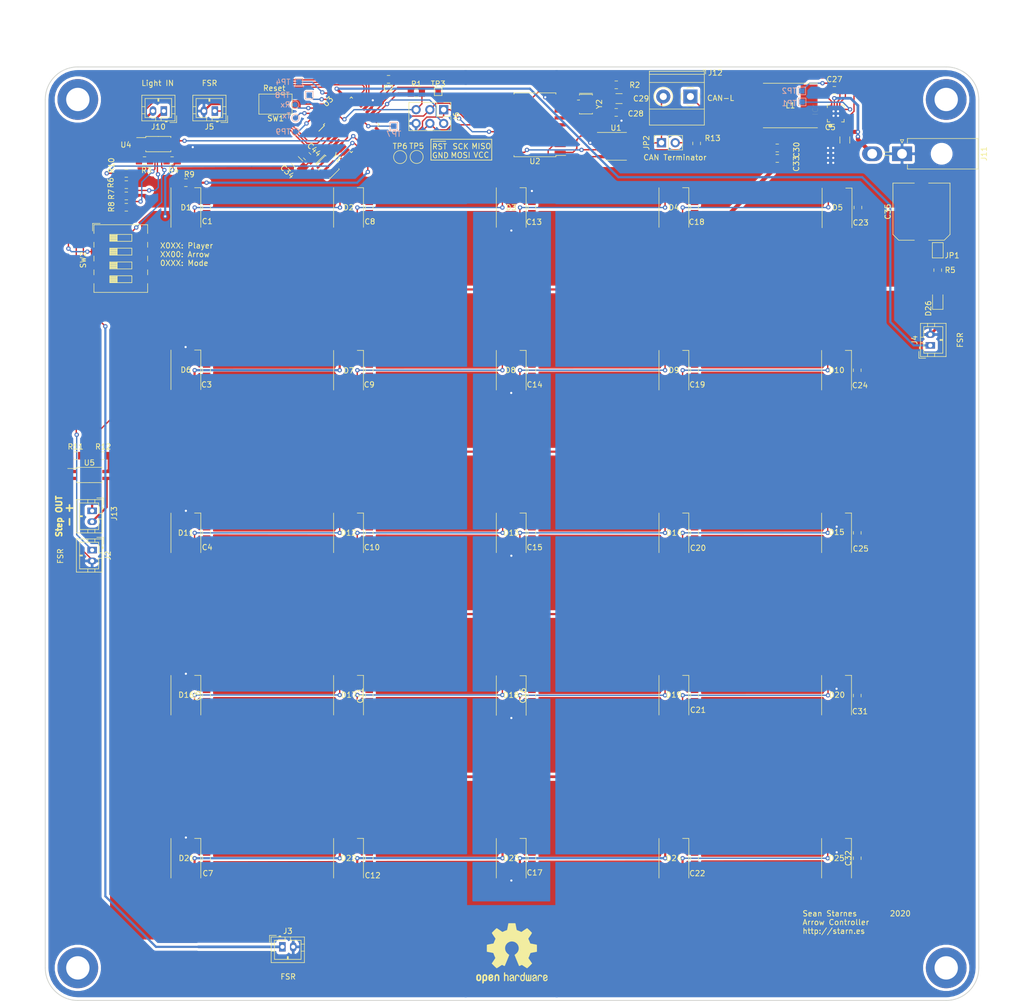
<source format=kicad_pcb>
(kicad_pcb (version 20171130) (host pcbnew "(5.1.6)-1")
  (layers (0 F.Cu signal) (31 B.Cu signal) (34 B.Paste user) (35 F.Paste user) (36 B.SilkS user) (37 F.SilkS user) (38 B.Mask user) (39 F.Mask user) (44 Edge.Cuts user))
  (net 0 "")
  (net 1 GND)
  (net 2 "Net-(D1-Pad4)")
  (net 3 "Net-(D1-Pad2)")
  (net 4 "Net-(D2-Pad4)")
  (net 5 "Net-(D3-Pad4)")
  (net 6 "Net-(D4-Pad4)")
  (net 7 "Net-(D10-Pad2)")
  (net 8 "Net-(D12-Pad4)")
  (net 9 "Net-(D14-Pad4)")
  (net 10 "Net-(D10-Pad4)")
  (net 11 "Net-(D11-Pad4)")
  (net 12 "Net-(D13-Pad4)")
  (net 13 "Net-(D15-Pad4)")
  (net 14 "Net-(D16-Pad4)")
  (net 15 "Net-(D18-Pad4)")
  (net 16 "Net-(D20-Pad4)")
  (net 17 "Net-(D21-Pad4)")
  (net 18 "Net-(D23-Pad4)")
  (net 19 "Net-(D25-Pad4)")
  (net 20 PC0)
  (net 21 PC1)
  (net 22 PC2)
  (net 23 PC3)
  (net 24 PC4)
  (net 25 PC5)
  (net 26 PE2)
  (net 27 PE3)
  (net 28 TSVCC)
  (net 29 CANL)
  (net 30 CANH)
  (net 31 "Net-(R2-Pad1)")
  (net 32 "Net-(R3-Pad1)")
  (net 33 "Net-(J10-Pad1)")
  (net 34 PD6)
  (net 35 "Net-(D26-Pad2)")
  (net 36 PD3)
  (net 37 PD4)
  (net 38 PD5)
  (net 39 PD2)
  (net 40 "Net-(IC1-Pad8)")
  (net 41 "Net-(IC1-Pad9)")
  (net 42 PD7)
  (net 43 PB1)
  (net 44 PB0)
  (net 45 PE1)
  (net 46 PE0)
  (net 47 TXCAN)
  (net 48 RXCAN)
  (net 49 "Net-(U1-Pad5)")
  (net 50 "Net-(U2-Pad3)")
  (net 51 "Net-(U2-Pad4)")
  (net 52 "Net-(U2-Pad5)")
  (net 53 "Net-(U2-Pad6)")
  (net 54 "Net-(U2-Pad7)")
  (net 55 "Net-(U2-Pad11)")
  (net 56 "Net-(U2-Pad12)")
  (net 57 PB5)
  (net 58 PB3)
  (net 59 PB4)
  (net 60 PB2)
  (net 61 "Net-(C2-Pad1)")
  (net 62 DTR)
  (net 63 PD0)
  (net 64 PD1)
  (net 65 "Net-(J10-Pad2)")
  (net 66 VSW)
  (net 67 BST)
  (net 68 "Net-(IC1-Pad7)")
  (net 69 "Net-(IC1-Pad6)")
  (net 70 "Net-(U2-Pad8)")
  (net 71 "Net-(U3-Pad7)")
  (net 72 "Net-(U3-Pad8)")
  (net 73 "Net-(D5-Pad4)")
  (net 74 "Net-(D6-Pad4)")
  (net 75 "Net-(D7-Pad4)")
  (net 76 "Net-(D8-Pad4)")
  (net 77 "Net-(D17-Pad4)")
  (net 78 "Net-(D19-Pad4)")
  (net 79 "Net-(D22-Pad4)")
  (net 80 "Net-(D24-Pad4)")
  (net 81 "Net-(U2-Pad10)")
  (net 82 "Net-(JP1-Pad2)")
  (net 83 "Net-(J13-Pad2)")
  (net 84 "Net-(J13-Pad1)")
  (net 85 "Net-(R11-Pad1)")
  (net 86 "Net-(R12-Pad2)")
  (net 87 "Net-(JP2-Pad2)")
  (net 88 +5V)
  (module Connector_Molex:Molex_Mini-Fit_Jr_5569-02A2_2x01_P4.20mm_Horizontal (layer F.Cu) (at 157.861 16.002 270)
    (fp_text reference J11 (at 0 -15.1 90) (layer F.SilkS))
    (fp_text value ST_POW)
    (pad "" np_thru_hole circle (at 0 -7.3 270) (size 3 3) (drill 3) (layers *.Cu *.Mask))
    (pad 2 thru_hole oval (at 0 5.5 270) (size 2.7 3.7) (drill 1.8) (layers *.Cu *.Mask) (net 28 TSVCC))
    (pad 1 thru_hole rect (at 0 0 270) (size 2.7 3.7) (drill 1.8) (layers *.Cu *.Mask) (net 1 GND))
  )
  (module Capacitor_SMD:C_Elec_10x10.2 (layer F.Cu) (at 161.4424 26.67 90)
    (fp_text reference C35 (at 0 -6.2 90) (layer F.SilkS))
    (fp_text value 1000uF)
    (pad 2 smd rect (at 4.4 0 90) (size 4.6 2.1) (layers F.Cu F.Paste F.Mask) (net 1 GND))
    (pad 1 smd rect (at -4.4 0 90) (size 4.6 2.1) (layers F.Cu F.Paste F.Mask) (net 88 +5V))
  )
  (module Package_SO:SOIC-8_3.9x4.9mm_P1.27mm (layer F.Cu) (at 105.156 14.6304)
    (fp_text reference U1 (at 0 -3.4) (layer F.SilkS))
    (fp_text value TJA1051T)
    (pad 8 smd rect (at 2.475 -1.905) (size 1.95 0.6) (layers F.Cu F.Paste F.Mask) (net 1 GND))
    (pad 7 smd rect (at 2.475 -0.635) (size 1.95 0.6) (layers F.Cu F.Paste F.Mask) (net 30 CANH))
    (pad 6 smd rect (at 2.475 0.635) (size 1.95 0.6) (layers F.Cu F.Paste F.Mask) (net 29 CANL))
    (pad 5 smd rect (at 2.475 1.905) (size 1.95 0.6) (layers F.Cu F.Paste F.Mask) (net 49 "Net-(U1-Pad5)"))
    (pad 4 smd rect (at -2.475 1.905) (size 1.95 0.6) (layers F.Cu F.Paste F.Mask) (net 48 RXCAN))
    (pad 3 smd rect (at -2.475 0.635) (size 1.95 0.6) (layers F.Cu F.Paste F.Mask) (net 88 +5V))
    (pad 2 smd rect (at -2.475 -0.635) (size 1.95 0.6) (layers F.Cu F.Paste F.Mask) (net 1 GND))
    (pad 1 smd rect (at -2.475 -1.905) (size 1.95 0.6) (layers F.Cu F.Paste F.Mask) (net 47 TXCAN))
  )
  (module Package_SO:SOIC-18W_7.5x11.6mm_P1.27mm (layer F.Cu) (at 90.2208 10.668 180)
    (fp_text reference U2 (at 0 -6.72) (layer F.SilkS))
    (fp_text value MCP2515-xSO)
    (pad 18 smd rect (at 4.65 -5.08 180) (size 2.05 0.6) (layers F.Cu F.Paste F.Mask) (net 88 +5V))
    (pad 17 smd rect (at 4.65 -3.81 180) (size 2.05 0.6) (layers F.Cu F.Paste F.Mask) (net 31 "Net-(R2-Pad1)"))
    (pad 16 smd rect (at 4.65 -2.54 180) (size 2.05 0.6) (layers F.Cu F.Paste F.Mask) (net 60 PB2))
    (pad 15 smd rect (at 4.65 -1.27 180) (size 2.05 0.6) (layers F.Cu F.Paste F.Mask) (net 59 PB4))
    (pad 14 smd rect (at 4.65 0 180) (size 2.05 0.6) (layers F.Cu F.Paste F.Mask) (net 58 PB3))
    (pad 13 smd rect (at 4.65 1.27 180) (size 2.05 0.6) (layers F.Cu F.Paste F.Mask) (net 57 PB5))
    (pad 12 smd rect (at 4.65 2.54 180) (size 2.05 0.6) (layers F.Cu F.Paste F.Mask) (net 56 "Net-(U2-Pad12)"))
    (pad 11 smd rect (at 4.65 3.81 180) (size 2.05 0.6) (layers F.Cu F.Paste F.Mask) (net 55 "Net-(U2-Pad11)"))
    (pad 10 smd rect (at 4.65 5.08 180) (size 2.05 0.6) (layers F.Cu F.Paste F.Mask) (net 81 "Net-(U2-Pad10)"))
    (pad 9 smd rect (at -4.65 5.08 180) (size 2.05 0.6) (layers F.Cu F.Paste F.Mask) (net 1 GND))
    (pad 8 smd rect (at -4.65 3.81 180) (size 2.05 0.6) (layers F.Cu F.Paste F.Mask) (net 70 "Net-(U2-Pad8)"))
    (pad 7 smd rect (at -4.65 2.54 180) (size 2.05 0.6) (layers F.Cu F.Paste F.Mask) (net 54 "Net-(U2-Pad7)"))
    (pad 6 smd rect (at -4.65 1.27 180) (size 2.05 0.6) (layers F.Cu F.Paste F.Mask) (net 53 "Net-(U2-Pad6)"))
    (pad 5 smd rect (at -4.65 0 180) (size 2.05 0.6) (layers F.Cu F.Paste F.Mask) (net 52 "Net-(U2-Pad5)"))
    (pad 4 smd rect (at -4.65 -1.27 180) (size 2.05 0.6) (layers F.Cu F.Paste F.Mask) (net 51 "Net-(U2-Pad4)"))
    (pad 3 smd rect (at -4.65 -2.54 180) (size 2.05 0.6) (layers F.Cu F.Paste F.Mask) (net 50 "Net-(U2-Pad3)"))
    (pad 2 smd rect (at -4.65 -3.81 180) (size 2.05 0.6) (layers F.Cu F.Paste F.Mask) (net 48 RXCAN))
    (pad 1 smd rect (at -4.65 -5.08 180) (size 2.05 0.6) (layers F.Cu F.Paste F.Mask) (net 47 TXCAN))
  )
  (module Package_SO:SOP-4_4.4x2.6mm_P1.27mm (layer F.Cu) (at 8.128 75.184)
    (fp_text reference U5 (at 0 -2.25) (layer F.SilkS))
    (fp_text value TLP290)
    (pad 4 smd rect (at 3.1875 -0.635) (size 1.625 0.6) (layers F.Cu F.Paste F.Mask) (net 86 "Net-(R12-Pad2)"))
    (pad 3 smd rect (at 3.1875 0.635) (size 1.625 0.6) (layers F.Cu F.Paste F.Mask) (net 83 "Net-(J13-Pad2)"))
    (pad 2 smd rect (at -3.1875 0.635) (size 1.625 0.6) (layers F.Cu F.Paste F.Mask) (net 1 GND))
    (pad 1 smd rect (at -3.1875 -0.635) (size 1.625 0.6) (layers F.Cu F.Paste F.Mask) (net 85 "Net-(R11-Pad1)"))
  )
  (module Package_SO:SOP-4_4.4x2.6mm_P1.27mm (layer F.Cu) (at 20.828 14.224)
    (fp_text reference U4 (at -5.969 0.127) (layer F.SilkS))
    (fp_text value TLP290)
    (pad 4 smd rect (at 3.1875 -0.635) (size 1.625 0.6) (layers F.Cu F.Paste F.Mask) (net 42 PD7))
    (pad 3 smd rect (at 3.1875 0.635) (size 1.625 0.6) (layers F.Cu F.Paste F.Mask) (net 1 GND))
    (pad 2 smd rect (at -3.1875 0.635) (size 1.625 0.6) (layers F.Cu F.Paste F.Mask) (net 65 "Net-(J10-Pad2)"))
    (pad 1 smd rect (at -3.1875 -0.635) (size 1.625 0.6) (layers F.Cu F.Paste F.Mask) (net 32 "Net-(R3-Pad1)"))
  )
  (module Connector_JST:JST_PH_B2B-PH-K_1x02_P2.00mm_Vertical (layer F.Cu) (at 8.636 81.788 270)
    (fp_text reference J13 (at 0.508 -4.064 90) (layer F.SilkS))
    (fp_text value "Step Sensor")
    (pad 2 thru_hole oval (at 2 0 270) (size 1.2 1.75) (drill 0.75) (layers *.Cu *.Mask) (net 83 "Net-(J13-Pad2)"))
    (pad 1 thru_hole rect (at 0 0 270) (size 1.2 1.75) (drill 0.75) (layers *.Cu *.Mask) (net 84 "Net-(J13-Pad1)"))
  )
  (module Connector_JST:JST_PH_B2B-PH-K_1x02_P2.00mm_Vertical (layer F.Cu) (at 21.844 8.128 180)
    (fp_text reference J10 (at 1 -2.9) (layer F.SilkS))
    (fp_text value OPTO)
    (pad 2 thru_hole oval (at 2 0 180) (size 1.2 1.75) (drill 0.75) (layers *.Cu *.Mask) (net 65 "Net-(J10-Pad2)"))
    (pad 1 thru_hole rect (at 0 0 180) (size 1.2 1.75) (drill 0.75) (layers *.Cu *.Mask) (net 33 "Net-(J10-Pad1)"))
  )
  (module Connector_JST:JST_PH_B2B-PH-K_1x02_P2.00mm_Vertical (layer F.Cu) (at 8.636 89.027 270)
    (fp_text reference J2 (at 1 -2.9 90) (layer F.SilkS))
    (fp_text value A0)
    (pad 2 thru_hole oval (at 2 0 270) (size 1.2 1.75) (drill 0.75) (layers *.Cu *.Mask) (net 1 GND))
    (pad 1 thru_hole rect (at 0 0 270) (size 1.2 1.75) (drill 0.75) (layers *.Cu *.Mask) (net 20 PC0))
  )
  (module Connector_JST:JST_PH_B2B-PH-K_1x02_P2.00mm_Vertical (layer F.Cu) (at 43.688 162.12566)
    (fp_text reference J3 (at 1 -2.9) (layer F.SilkS))
    (fp_text value A1)
    (pad 2 thru_hole oval (at 2 0) (size 1.2 1.75) (drill 0.75) (layers *.Cu *.Mask) (net 1 GND))
    (pad 1 thru_hole rect (at 0 0) (size 1.2 1.75) (drill 0.75) (layers *.Cu *.Mask) (net 21 PC1))
  )
  (module Connector_JST:JST_PH_B2B-PH-K_1x02_P2.00mm_Vertical (layer F.Cu) (at 163.068 51.308 90)
    (fp_text reference J4 (at 1 -2.9 90) (layer F.SilkS))
    (fp_text value A2)
    (pad 2 thru_hole oval (at 2 0 90) (size 1.2 1.75) (drill 0.75) (layers *.Cu *.Mask) (net 1 GND))
    (pad 1 thru_hole rect (at 0 0 90) (size 1.2 1.75) (drill 0.75) (layers *.Cu *.Mask) (net 22 PC2))
  )
  (module Connector_JST:JST_PH_B2B-PH-K_1x02_P2.00mm_Vertical (layer F.Cu) (at 31.242 8.128 180)
    (fp_text reference J5 (at 1 -2.9) (layer F.SilkS))
    (fp_text value A3)
    (pad 2 thru_hole oval (at 2 0 180) (size 1.2 1.75) (drill 0.75) (layers *.Cu *.Mask) (net 1 GND))
    (pad 1 thru_hole rect (at 0 0 180) (size 1.2 1.75) (drill 0.75) (layers *.Cu *.Mask) (net 23 PC3))
  )
  (module Capacitor_SMD:C_1206_3216Metric_Pad1.42x1.75mm_HandSolder (layer F.Cu) (at 105.7148 5.842)
    (fp_text reference C29 (at 4.064 0) (layer F.SilkS))
    (fp_text value 10uF/16V)
    (pad 2 smd rect (at 1.4875 0) (size 1.425 1.75) (layers F.Cu F.Paste F.Mask) (net 1 GND))
    (pad 1 smd rect (at -1.4875 0) (size 1.425 1.75) (layers F.Cu F.Paste F.Mask) (net 88 +5V))
  )
  (module Capacitor_SMD:C_1206_3216Metric_Pad1.42x1.75mm_HandSolder (layer F.Cu) (at 46.38548 17.57934 315)
    (fp_text reference C34 (at -0.05927 2.498307 135) (layer F.SilkS))
    (fp_text value 10uF)
    (pad 2 smd rect (at 1.4875 0 315) (size 1.425 1.75) (layers F.Cu F.Paste F.Mask) (net 1 GND))
    (pad 1 smd rect (at -1.4875 0 315) (size 1.425 1.75) (layers F.Cu F.Paste F.Mask) (net 88 +5V))
  )
  (module Capacitor_SMD:C_1206_3216Metric_Pad1.42x1.75mm_HandSolder (layer F.Cu) (at 147.32 13.462 270)
    (fp_text reference C5 (at -2.3368 2.68224 180) (layer F.SilkS))
    (fp_text value 10uF/35V)
    (pad 2 smd rect (at 1.4875 0 270) (size 1.425 1.75) (layers F.Cu F.Paste F.Mask) (net 1 GND))
    (pad 1 smd rect (at -1.4875 0 270) (size 1.425 1.75) (layers F.Cu F.Paste F.Mask) (net 28 TSVCC))
  )
  (module Resistor_SMD:R_0805_2012Metric_Pad1.15x1.40mm_HandSolder (layer F.Cu) (at 120.015 14.097 270)
    (fp_text reference R13 (at -0.96012 -2.95148 180) (layer F.SilkS))
    (fp_text value 120)
    (pad 2 smd rect (at 1.025 0 270) (size 1.15 1.4) (layers F.Cu F.Paste F.Mask) (net 29 CANL))
    (pad 1 smd rect (at -1.025 0 270) (size 1.15 1.4) (layers F.Cu F.Paste F.Mask) (net 87 "Net-(JP2-Pad2)"))
  )
  (module Resistor_SMD:R_0805_2012Metric_Pad1.15x1.40mm_HandSolder (layer F.Cu) (at 10.668 71.628)
    (fp_text reference R12 (at 0 -1.65) (layer F.SilkS))
    (fp_text value 560)
    (pad 2 smd rect (at 1.025 0) (size 1.15 1.4) (layers F.Cu F.Paste F.Mask) (net 86 "Net-(R12-Pad2)"))
    (pad 1 smd rect (at -1.025 0) (size 1.15 1.4) (layers F.Cu F.Paste F.Mask) (net 84 "Net-(J13-Pad1)"))
  )
  (module Resistor_SMD:R_0805_2012Metric_Pad1.15x1.40mm_HandSolder (layer F.Cu) (at 5.588 71.628)
    (fp_text reference R11 (at 0 -1.65) (layer F.SilkS))
    (fp_text value 560)
    (pad 2 smd rect (at 1.025 0) (size 1.15 1.4) (layers F.Cu F.Paste F.Mask) (net 46 PE0))
    (pad 1 smd rect (at -1.025 0) (size 1.15 1.4) (layers F.Cu F.Paste F.Mask) (net 85 "Net-(R11-Pad1)"))
  )
  (module Resistor_SMD:R_0805_2012Metric_Pad1.15x1.40mm_HandSolder (layer F.Cu) (at 68.3768 4.8006)
    (fp_text reference R1 (at 0 -1.65) (layer F.SilkS))
    (fp_text value 10K)
    (pad 2 smd rect (at 1.025 0) (size 1.15 1.4) (layers F.Cu F.Paste F.Mask) (net 62 DTR))
    (pad 1 smd rect (at -1.025 0) (size 1.15 1.4) (layers F.Cu F.Paste F.Mask) (net 88 +5V))
  )
  (module Resistor_SMD:R_0805_2012Metric_Pad1.15x1.40mm_HandSolder (layer F.Cu) (at 14.9352 19.6088)
    (fp_text reference R10 (at -2.7432 -1.4478 270) (layer F.SilkS))
    (fp_text value 10K)
    (pad 2 smd rect (at 1.025 0) (size 1.15 1.4) (layers F.Cu F.Paste F.Mask) (net 1 GND))
    (pad 1 smd rect (at -1.025 0) (size 1.15 1.4) (layers F.Cu F.Paste F.Mask) (net 34 PD6))
  )
  (module Resistor_SMD:R_0805_2012Metric_Pad1.15x1.40mm_HandSolder (layer F.Cu) (at 105.2068 3.302)
    (fp_text reference R2 (at 3.4036 0.0381) (layer F.SilkS))
    (fp_text value 10K)
    (pad 2 smd rect (at 1.025 0) (size 1.15 1.4) (layers F.Cu F.Paste F.Mask) (net 88 +5V))
    (pad 1 smd rect (at -1.025 0) (size 1.15 1.4) (layers F.Cu F.Paste F.Mask) (net 31 "Net-(R2-Pad1)"))
  )
  (module Resistor_SMD:R_0805_2012Metric_Pad1.15x1.40mm_HandSolder (layer F.Cu) (at 18.288 17.272)
    (fp_text reference R3 (at 0.381 1.778) (layer F.SilkS))
    (fp_text value 560)
    (pad 2 smd rect (at 1.025 0) (size 1.15 1.4) (layers F.Cu F.Paste F.Mask) (net 33 "Net-(J10-Pad1)"))
    (pad 1 smd rect (at -1.025 0) (size 1.15 1.4) (layers F.Cu F.Paste F.Mask) (net 32 "Net-(R3-Pad1)"))
  )
  (module Resistor_SMD:R_0805_2012Metric_Pad1.15x1.40mm_HandSolder (layer F.Cu) (at 23.368 17.272 180)
    (fp_text reference R4 (at -0.254 -1.778) (layer F.SilkS))
    (fp_text value 1K)
    (pad 2 smd rect (at 1.025 0 180) (size 1.15 1.4) (layers F.Cu F.Paste F.Mask) (net 42 PD7))
    (pad 1 smd rect (at -1.025 0 180) (size 1.15 1.4) (layers F.Cu F.Paste F.Mask) (net 88 +5V))
  )
  (module Resistor_SMD:R_0805_2012Metric_Pad1.15x1.40mm_HandSolder (layer F.Cu) (at 164.4396 37.4396 270)
    (fp_text reference R5 (at 0 -2.286) (layer F.SilkS))
    (fp_text value 1K)
    (pad 2 smd rect (at 1.025 0 270) (size 1.15 1.4) (layers F.Cu F.Paste F.Mask) (net 35 "Net-(D26-Pad2)"))
    (pad 1 smd rect (at -1.025 0 270) (size 1.15 1.4) (layers F.Cu F.Paste F.Mask) (net 82 "Net-(JP1-Pad2)"))
  )
  (module Resistor_SMD:R_0805_2012Metric_Pad1.15x1.40mm_HandSolder (layer F.Cu) (at 14.9352 21.6916)
    (fp_text reference R6 (at -2.8702 -0.3556 270) (layer F.SilkS))
    (fp_text value 10K)
    (pad 2 smd rect (at 1.025 0) (size 1.15 1.4) (layers F.Cu F.Paste F.Mask) (net 1 GND))
    (pad 1 smd rect (at -1.025 0) (size 1.15 1.4) (layers F.Cu F.Paste F.Mask) (net 27 PE3))
  )
  (module Resistor_SMD:R_0805_2012Metric_Pad1.15x1.40mm_HandSolder (layer F.Cu) (at 14.9352 23.7744)
    (fp_text reference R7 (at -2.7432 -0.2794 270) (layer F.SilkS))
    (fp_text value 10K)
    (pad 2 smd rect (at 1.025 0) (size 1.15 1.4) (layers F.Cu F.Paste F.Mask) (net 1 GND))
    (pad 1 smd rect (at -1.025 0) (size 1.15 1.4) (layers F.Cu F.Paste F.Mask) (net 37 PD4))
  )
  (module Resistor_SMD:R_0805_2012Metric_Pad1.15x1.40mm_HandSolder (layer F.Cu) (at 14.9352 25.8572)
    (fp_text reference R8 (at -2.7432 -0.0762 270) (layer F.SilkS))
    (fp_text value 10K)
    (pad 2 smd rect (at 1.025 0) (size 1.15 1.4) (layers F.Cu F.Paste F.Mask) (net 1 GND))
    (pad 1 smd rect (at -1.025 0) (size 1.15 1.4) (layers F.Cu F.Paste F.Mask) (net 36 PD3))
  )
  (module Resistor_SMD:R_0805_2012Metric_Pad1.15x1.40mm_HandSolder (layer F.Cu) (at 25.908 21.336)
    (fp_text reference R9 (at 0.635 -1.524) (layer F.SilkS))
    (fp_text value 470)
    (pad 2 smd rect (at 1.025 0) (size 1.15 1.4) (layers F.Cu F.Paste F.Mask) (net 38 PD5))
    (pad 1 smd rect (at -1.025 0) (size 1.15 1.4) (layers F.Cu F.Paste F.Mask) (net 3 "Net-(D1-Pad2)"))
  )
  (module Capacitor_SMD:C_0805_2012Metric_Pad1.15x1.40mm_HandSolder (layer F.Cu) (at 149.606 145.796 90)
    (fp_text reference C32 (at 0 -1.65 90) (layer F.SilkS))
    (fp_text value 0.1uF)
    (pad 2 smd rect (at 1.025 0 90) (size 1.15 1.4) (layers F.Cu F.Paste F.Mask) (net 1 GND))
    (pad 1 smd rect (at -1.025 0 90) (size 1.15 1.4) (layers F.Cu F.Paste F.Mask) (net 88 +5V))
  )
  (module Capacitor_SMD:C_0805_2012Metric_Pad1.15x1.40mm_HandSolder (layer F.Cu) (at 149.606 115.824 90)
    (fp_text reference C31 (at -2.921 0.508 180) (layer F.SilkS))
    (fp_text value 0.1uF)
    (pad 2 smd rect (at 1.025 0 90) (size 1.15 1.4) (layers F.Cu F.Paste F.Mask) (net 1 GND))
    (pad 1 smd rect (at -1.025 0 90) (size 1.15 1.4) (layers F.Cu F.Paste F.Mask) (net 88 +5V))
  )
  (module Capacitor_SMD:C_0805_2012Metric_Pad1.15x1.40mm_HandSolder (layer F.Cu) (at 149.606 85.852 90)
    (fp_text reference C25 (at -2.921 0.635 180) (layer F.SilkS))
    (fp_text value 0.1uF)
    (pad 2 smd rect (at 1.025 0 90) (size 1.15 1.4) (layers F.Cu F.Paste F.Mask) (net 1 GND))
    (pad 1 smd rect (at -1.025 0 90) (size 1.15 1.4) (layers F.Cu F.Paste F.Mask) (net 88 +5V))
  )
  (module Capacitor_SMD:C_0805_2012Metric_Pad1.15x1.40mm_HandSolder (layer F.Cu) (at 149.606 55.889 90)
    (fp_text reference C24 (at -2.785 0.508 180) (layer F.SilkS))
    (fp_text value 0.1uF)
    (pad 2 smd rect (at 1.025 0 90) (size 1.15 1.4) (layers F.Cu F.Paste F.Mask) (net 1 GND))
    (pad 1 smd rect (at -1.025 0 90) (size 1.15 1.4) (layers F.Cu F.Paste F.Mask) (net 88 +5V))
  )
  (module Capacitor_SMD:C_0805_2012Metric_Pad1.15x1.40mm_HandSolder (layer F.Cu) (at 149.733 25.908 90)
    (fp_text reference C23 (at -2.794 0.508 180) (layer F.SilkS))
    (fp_text value 0.1uF)
    (pad 2 smd rect (at 1.025 0 90) (size 1.15 1.4) (layers F.Cu F.Paste F.Mask) (net 1 GND))
    (pad 1 smd rect (at -1.025 0 90) (size 1.15 1.4) (layers F.Cu F.Paste F.Mask) (net 88 +5V))
  )
  (module Capacitor_SMD:C_0805_2012Metric_Pad1.15x1.40mm_HandSolder (layer F.Cu) (at 119.634 145.796 90)
    (fp_text reference C22 (at -2.794 0.508 180) (layer F.SilkS))
    (fp_text value 0.1uF)
    (pad 2 smd rect (at 1.025 0 90) (size 1.15 1.4) (layers F.Cu F.Paste F.Mask) (net 1 GND))
    (pad 1 smd rect (at -1.025 0 90) (size 1.15 1.4) (layers F.Cu F.Paste F.Mask) (net 88 +5V))
  )
  (module Capacitor_SMD:C_0805_2012Metric_Pad1.15x1.40mm_HandSolder (layer F.Cu) (at 119.634 115.824 90)
    (fp_text reference C21 (at -2.667 0.635 180) (layer F.SilkS))
    (fp_text value 0.1uF)
    (pad 2 smd rect (at 1.025 0 90) (size 1.15 1.4) (layers F.Cu F.Paste F.Mask) (net 1 GND))
    (pad 1 smd rect (at -1.025 0 90) (size 1.15 1.4) (layers F.Cu F.Paste F.Mask) (net 88 +5V))
  )
  (module Capacitor_SMD:C_0805_2012Metric_Pad1.15x1.40mm_HandSolder (layer F.Cu) (at 119.634 85.852 90)
    (fp_text reference C20 (at -2.794 0.635 180) (layer F.SilkS))
    (fp_text value 0.1uF)
    (pad 2 smd rect (at 1.025 0 90) (size 1.15 1.4) (layers F.Cu F.Paste F.Mask) (net 1 GND))
    (pad 1 smd rect (at -1.025 0 90) (size 1.15 1.4) (layers F.Cu F.Paste F.Mask) (net 88 +5V))
  )
  (module Capacitor_SMD:C_0805_2012Metric_Pad1.15x1.40mm_HandSolder (layer F.Cu) (at 119.634 55.88 90)
    (fp_text reference C19 (at -2.667 0.508 180) (layer F.SilkS))
    (fp_text value 0.1uF)
    (pad 2 smd rect (at 1.025 0 90) (size 1.15 1.4) (layers F.Cu F.Paste F.Mask) (net 1 GND))
    (pad 1 smd rect (at -1.025 0 90) (size 1.15 1.4) (layers F.Cu F.Paste F.Mask) (net 88 +5V))
  )
  (module Capacitor_SMD:C_0805_2012Metric_Pad1.15x1.40mm_HandSolder (layer F.Cu) (at 119.634 25.908 90)
    (fp_text reference C18 (at -2.667 0.381 180) (layer F.SilkS))
    (fp_text value 0.1uF)
    (pad 2 smd rect (at 1.025 0 90) (size 1.15 1.4) (layers F.Cu F.Paste F.Mask) (net 1 GND))
    (pad 1 smd rect (at -1.025 0 90) (size 1.15 1.4) (layers F.Cu F.Paste F.Mask) (net 88 +5V))
  )
  (module Capacitor_SMD:C_0805_2012Metric_Pad1.15x1.40mm_HandSolder (layer F.Cu) (at 89.662 145.796 90)
    (fp_text reference C17 (at -2.667 0.508 180) (layer F.SilkS))
    (fp_text value 0.1uF)
    (pad 2 smd rect (at 1.025 0 90) (size 1.15 1.4) (layers F.Cu F.Paste F.Mask) (net 1 GND))
    (pad 1 smd rect (at -1.025 0 90) (size 1.15 1.4) (layers F.Cu F.Paste F.Mask) (net 88 +5V))
  )
  (module Capacitor_SMD:C_0805_2012Metric_Pad1.15x1.40mm_HandSolder (layer F.Cu) (at 89.662 115.824 90)
    (fp_text reference C16 (at 0 -1.65 90) (layer F.SilkS))
    (fp_text value 0.1uF)
    (pad 2 smd rect (at 1.025 0 90) (size 1.15 1.4) (layers F.Cu F.Paste F.Mask) (net 1 GND))
    (pad 1 smd rect (at -1.025 0 90) (size 1.15 1.4) (layers F.Cu F.Paste F.Mask) (net 88 +5V))
  )
  (module Capacitor_SMD:C_0805_2012Metric_Pad1.15x1.40mm_HandSolder (layer F.Cu) (at 89.662 85.852 90)
    (fp_text reference C15 (at -2.667 0.508 180) (layer F.SilkS))
    (fp_text value 0.1uF)
    (pad 2 smd rect (at 1.025 0 90) (size 1.15 1.4) (layers F.Cu F.Paste F.Mask) (net 1 GND))
    (pad 1 smd rect (at -1.025 0 90) (size 1.15 1.4) (layers F.Cu F.Paste F.Mask) (net 88 +5V))
  )
  (module Capacitor_SMD:C_0805_2012Metric_Pad1.15x1.40mm_HandSolder (layer F.Cu) (at 89.662 55.88 90)
    (fp_text reference C14 (at -2.667 0.508 180) (layer F.SilkS))
    (fp_text value 0.1uF)
    (pad 2 smd rect (at 1.025 0 90) (size 1.15 1.4) (layers F.Cu F.Paste F.Mask) (net 1 GND))
    (pad 1 smd rect (at -1.025 0 90) (size 1.15 1.4) (layers F.Cu F.Paste F.Mask) (net 88 +5V))
  )
  (module Capacitor_SMD:C_0805_2012Metric_Pad1.15x1.40mm_HandSolder (layer F.Cu) (at 89.662 25.908 90)
    (fp_text reference C13 (at -2.667 0.381 180) (layer F.SilkS))
    (fp_text value 0.1uF)
    (pad 2 smd rect (at 1.025 0 90) (size 1.15 1.4) (layers F.Cu F.Paste F.Mask) (net 1 GND))
    (pad 1 smd rect (at -1.025 0 90) (size 1.15 1.4) (layers F.Cu F.Paste F.Mask) (net 88 +5V))
  )
  (module Capacitor_SMD:C_0805_2012Metric_Pad1.15x1.40mm_HandSolder (layer F.Cu) (at 59.69 145.796 90)
    (fp_text reference C12 (at -3.175 0.635 180) (layer F.SilkS))
    (fp_text value 0.1uF)
    (pad 2 smd rect (at 1.025 0 90) (size 1.15 1.4) (layers F.Cu F.Paste F.Mask) (net 1 GND))
    (pad 1 smd rect (at -1.025 0 90) (size 1.15 1.4) (layers F.Cu F.Paste F.Mask) (net 88 +5V))
  )
  (module Capacitor_SMD:C_0805_2012Metric_Pad1.15x1.40mm_HandSolder (layer F.Cu) (at 59.69 115.824 90)
    (fp_text reference C11 (at 0 -1.65 90) (layer F.SilkS))
    (fp_text value 0.1uF)
    (pad 2 smd rect (at 1.025 0 90) (size 1.15 1.4) (layers F.Cu F.Paste F.Mask) (net 1 GND))
    (pad 1 smd rect (at -1.025 0 90) (size 1.15 1.4) (layers F.Cu F.Paste F.Mask) (net 88 +5V))
  )
  (module Capacitor_SMD:C_0805_2012Metric_Pad1.15x1.40mm_HandSolder (layer F.Cu) (at 59.69 85.852 90)
    (fp_text reference C10 (at -2.667 0.508 180) (layer F.SilkS))
    (fp_text value 0.1uF)
    (pad 2 smd rect (at 1.025 0 90) (size 1.15 1.4) (layers F.Cu F.Paste F.Mask) (net 1 GND))
    (pad 1 smd rect (at -1.025 0 90) (size 1.15 1.4) (layers F.Cu F.Paste F.Mask) (net 88 +5V))
  )
  (module Capacitor_SMD:C_0805_2012Metric_Pad1.15x1.40mm_HandSolder (layer F.Cu) (at 59.69 55.88 90)
    (fp_text reference C9 (at -2.667 0 180) (layer F.SilkS))
    (fp_text value 0.1uF)
    (pad 2 smd rect (at 1.025 0 90) (size 1.15 1.4) (layers F.Cu F.Paste F.Mask) (net 1 GND))
    (pad 1 smd rect (at -1.025 0 90) (size 1.15 1.4) (layers F.Cu F.Paste F.Mask) (net 88 +5V))
  )
  (module Capacitor_SMD:C_0805_2012Metric_Pad1.15x1.40mm_HandSolder (layer F.Cu) (at 59.69 25.908 90)
    (fp_text reference C8 (at -2.598 0.127 180) (layer F.SilkS))
    (fp_text value 0.1uF)
    (pad 2 smd rect (at 1.025 0 90) (size 1.15 1.4) (layers F.Cu F.Paste F.Mask) (net 1 GND))
    (pad 1 smd rect (at -1.025 0 90) (size 1.15 1.4) (layers F.Cu F.Paste F.Mask) (net 88 +5V))
  )
  (module Capacitor_SMD:C_0805_2012Metric_Pad1.15x1.40mm_HandSolder (layer F.Cu) (at 29.718 145.796 90)
    (fp_text reference C7 (at -2.794 0.254 180) (layer F.SilkS))
    (fp_text value 0.1uF)
    (pad 2 smd rect (at 1.025 0 90) (size 1.15 1.4) (layers F.Cu F.Paste F.Mask) (net 1 GND))
    (pad 1 smd rect (at -1.025 0 90) (size 1.15 1.4) (layers F.Cu F.Paste F.Mask) (net 88 +5V))
  )
  (module Capacitor_SMD:C_0805_2012Metric_Pad1.15x1.40mm_HandSolder (layer F.Cu) (at 29.718 115.824 90)
    (fp_text reference C6 (at 0 -1.65 90) (layer F.SilkS))
    (fp_text value 0.1uF)
    (pad 2 smd rect (at 1.025 0 90) (size 1.15 1.4) (layers F.Cu F.Paste F.Mask) (net 1 GND))
    (pad 1 smd rect (at -1.025 0 90) (size 1.15 1.4) (layers F.Cu F.Paste F.Mask) (net 88 +5V))
  )
  (module Capacitor_SMD:C_0805_2012Metric_Pad1.15x1.40mm_HandSolder (layer F.Cu) (at 29.718 85.852 90)
    (fp_text reference C4 (at -2.667 0.127 180) (layer F.SilkS))
    (fp_text value 0.1uF)
    (pad 2 smd rect (at 1.025 0 90) (size 1.15 1.4) (layers F.Cu F.Paste F.Mask) (net 1 GND))
    (pad 1 smd rect (at -1.025 0 90) (size 1.15 1.4) (layers F.Cu F.Paste F.Mask) (net 88 +5V))
  )
  (module Capacitor_SMD:C_0805_2012Metric_Pad1.15x1.40mm_HandSolder (layer F.Cu) (at 29.718 55.88 90)
    (fp_text reference C3 (at -2.667 0 180) (layer F.SilkS))
    (fp_text value 0.1uF)
    (pad 2 smd rect (at 1.025 0 90) (size 1.15 1.4) (layers F.Cu F.Paste F.Mask) (net 1 GND))
    (pad 1 smd rect (at -1.025 0 90) (size 1.15 1.4) (layers F.Cu F.Paste F.Mask) (net 88 +5V))
  )
  (module Capacitor_SMD:C_0805_2012Metric_Pad1.15x1.40mm_HandSolder (layer F.Cu) (at 29.718 25.908 90)
    (fp_text reference C1 (at -2.54 0.127 180) (layer F.SilkS))
    (fp_text value 0.1uF)
    (pad 2 smd rect (at 1.025 0 90) (size 1.15 1.4) (layers F.Cu F.Paste F.Mask) (net 1 GND))
    (pad 1 smd rect (at -1.025 0 90) (size 1.15 1.4) (layers F.Cu F.Paste F.Mask) (net 88 +5V))
  )
  (module Capacitor_SMD:C_0805_2012Metric_Pad1.15x1.40mm_HandSolder (layer F.Cu) (at 105.1978 8.382)
    (fp_text reference C28 (at 3.6031 0.23368) (layer F.SilkS))
    (fp_text value 0.1uF)
    (pad 2 smd rect (at 1.025 0) (size 1.15 1.4) (layers F.Cu F.Paste F.Mask) (net 1 GND))
    (pad 1 smd rect (at -1.025 0) (size 1.15 1.4) (layers F.Cu F.Paste F.Mask) (net 88 +5V))
  )
  (module Capacitor_SMD:C_0805_2012Metric_Pad1.15x1.40mm_HandSolder (layer F.Cu) (at 63.246 2.286 180)
    (fp_text reference C2 (at 0 -1.65) (layer F.SilkS))
    (fp_text value 0.1uF)
    (pad 2 smd rect (at 1.025 0 180) (size 1.15 1.4) (layers F.Cu F.Paste F.Mask) (net 1 GND))
    (pad 1 smd rect (at -1.025 0 180) (size 1.15 1.4) (layers F.Cu F.Paste F.Mask) (net 61 "Net-(C2-Pad1)"))
  )
  (module Capacitor_SMD:C_0805_2012Metric_Pad1.15x1.40mm_HandSolder (layer F.Cu) (at 48.26 16.45158 315)
    (fp_text reference C44 (at 0.041309 -1.754742 135) (layer F.SilkS))
    (fp_text value 0.1uF)
    (pad 1 smd rect (at -1.025 0 315) (size 1.15 1.4) (layers F.Cu F.Paste F.Mask) (net 88 +5V))
    (pad 2 smd rect (at 1.025 0 315) (size 1.15 1.4) (layers F.Cu F.Paste F.Mask) (net 1 GND))
  )
  (module TestPoint:TestPoint_Pad_D1.0mm (layer B.Cu) (at 46.101 11.938)
    (fp_text reference TP9 (at -2.286 0) (layer B.SilkS) (effects (justify mirror)))
    (fp_text value PD2)
    (pad 1 smd circle (at 0 0) (size 1 1) (layers B.Cu B.Mask) (net 39 PD2))
  )
  (module TestPoint:TestPoint_Pad_1.0x1.0mm (layer B.Cu) (at 48.641 5.207)
    (fp_text reference TP8 (at -4.953 0) (layer B.SilkS) (effects (justify mirror)))
    (fp_text value PC5)
    (pad 1 smd rect (at 0 0) (size 1 1) (layers B.Cu B.Mask) (net 25 PC5))
  )
  (module TestPoint:TestPoint_Pad_1.0x1.0mm (layer B.Cu) (at 46.736 2.794)
    (fp_text reference TP4 (at -2.921 0) (layer B.SilkS) (effects (justify mirror)))
    (fp_text value PC4)
    (pad 1 smd rect (at 0 0) (size 1 1) (layers B.Cu B.Mask) (net 24 PC4))
  )
  (module TestPoint:TestPoint_Pad_D1.0mm (layer B.Cu) (at 46.101 9.398)
    (fp_text reference TP14 hide)
    (fp_text value PD1)
    (pad 1 smd circle (at 0 0) (size 1 1) (layers B.Cu B.Mask) (net 64 PD1))
  )
  (module TestPoint:TestPoint_Pad_D1.0mm (layer B.Cu) (at 46.0248 6.9596)
    (fp_text reference TP13 hide)
    (fp_text value PD0)
    (pad 1 smd circle (at 0 0) (size 1 1) (layers B.Cu B.Mask) (net 63 PD0))
  )
  (module Symbol:OSHW-Logo2_14.6x12mm_SilkScreen (layer F.Cu) (at 85.979 163.322)
    (fp_text reference REF** hide)
    (fp_text value OSHW-Logo2_14.6x12mm_SilkScreen hide)
  )
  (module TestPoint:TestPoint_Pad_1.0x1.0mm (layer B.Cu) (at 139.3952 4.4196 180)
    (fp_text reference TP2 (at 2.3368 0) (layer B.SilkS) (effects (justify mirror)))
    (fp_text value TP_EN)
    (pad 1 smd rect (at 0 0 180) (size 1 1) (layers B.Cu B.Mask) (net 41 "Net-(IC1-Pad9)"))
  )
  (module TestPoint:TestPoint_Pad_1.0x1.0mm (layer B.Cu) (at 139.446 6.4516)
    (fp_text reference TP1 (at -2.3876 0.254) (layer B.SilkS) (effects (justify mirror)))
    (fp_text value TP_PG)
    (pad 1 smd rect (at 0 0) (size 1 1) (layers B.Cu B.Mask) (net 40 "Net-(IC1-Pad8)"))
  )
  (module TestPoint:TestPoint_Pad_1.0x1.0mm (layer F.Cu) (at 72.39 4.572)
    (fp_text reference TP3 (at 0 -1.448) (layer F.SilkS))
    (fp_text value PE2)
    (pad 1 smd rect (at 0 0) (size 1 1) (layers F.Cu F.Mask) (net 26 PE2))
  )
  (module TestPoint:TestPoint_Pad_1.0x1.0mm (layer B.Cu) (at 64.21882 10.91184)
    (fp_text reference TP7 (at 0 1.448) (layer B.SilkS) (effects (justify mirror)))
    (fp_text value PE1)
    (pad 1 smd rect (at 0 0) (size 1 1) (layers B.Cu B.Mask) (net 45 PE1))
  )
  (module TerminalBlock_Phoenix:TerminalBlock_Phoenix_MKDS-1,5-2_1x02_P5.00mm_Horizontal (layer F.Cu) (at 118.872 5.461 180)
    (fp_text reference J12 (at -4.5847 4.3815) (layer F.SilkS))
    (fp_text value ST_CAN)
    (pad 2 thru_hole circle (at 5 0 180) (size 2.6 2.6) (drill 1.3) (layers *.Cu *.Mask) (net 30 CANH))
    (pad 1 thru_hole rect (at 0 0 180) (size 2.6 2.6) (drill 1.3) (layers *.Cu *.Mask) (net 29 CANL))
  )
  (module Connector_PinSocket_2.54mm:PinSocket_1x02_P2.54mm_Vertical (layer F.Cu) (at 113.538 13.97 90)
    (fp_text reference JP2 (at 0 -2.77 90) (layer F.SilkS))
    (fp_text value Jumper_NO_Small)
    (pad 2 thru_hole oval (at 0 2.54 90) (size 1.7 1.7) (drill 1) (layers *.Cu *.Mask) (net 87 "Net-(JP2-Pad2)"))
    (pad 1 thru_hole rect (at 0 0 90) (size 1.7 1.7) (drill 1) (layers *.Cu *.Mask) (net 30 CANH))
  )
  (module Connector_PinHeader_2.54mm:PinHeader_2x03_P2.54mm_Vertical (layer F.Cu) (at 73.406 7.874 270)
    (fp_text reference J6 (at 1.27 -2.33 90) (layer F.SilkS))
    (fp_text value AVR-ISP-6)
    (pad 6 thru_hole oval (at 2.54 5.08 270) (size 1.7 1.7) (drill 1) (layers *.Cu *.Mask) (net 1 GND))
    (pad 5 thru_hole oval (at 0 5.08 270) (size 1.7 1.7) (drill 1) (layers *.Cu *.Mask) (net 62 DTR))
    (pad 4 thru_hole oval (at 2.54 2.54 270) (size 1.7 1.7) (drill 1) (layers *.Cu *.Mask) (net 58 PB3))
    (pad 3 thru_hole oval (at 0 2.54 270) (size 1.7 1.7) (drill 1) (layers *.Cu *.Mask) (net 57 PB5))
    (pad 2 thru_hole oval (at 2.54 0 270) (size 1.7 1.7) (drill 1) (layers *.Cu *.Mask) (net 88 +5V))
    (pad 1 thru_hole rect (at 0 0 270) (size 1.7 1.7) (drill 1) (layers *.Cu *.Mask) (net 59 PB4))
  )
  (module Button_Switch_SMD:SW_SPST_CK_RS282G05A3 (layer F.Cu) (at 42.418 6.858 180)
    (fp_text reference SW1 (at -0.01778 -2.6416) (layer F.SilkS))
    (fp_text value SW_Push)
    (pad 2 smd rect (at 3.9 0 180) (size 1.5 1.5) (layers F.Cu F.Paste F.Mask) (net 1 GND))
    (pad 1 smd rect (at -3.9 0 180) (size 1.5 1.5) (layers F.Cu F.Paste F.Mask) (net 62 DTR))
  )
  (module MountingHole:MountingHole_4.3mm_M4_DIN965_Pad (layer F.Cu) (at 166 166)
    (fp_text reference REF** hide)
    (fp_text value MountingHole_4.3mm_M4_DIN965_Pad)
    (pad 1 thru_hole circle (at 0 0) (size 7.5 7.5) (drill 4.3) (layers *.Cu *.Mask))
  )
  (module MountingHole:MountingHole_4.3mm_M4_DIN965_Pad (layer F.Cu) (at 6 166)
    (fp_text reference REF** hide)
    (fp_text value MountingHole_4.3mm_M4_DIN965_Pad)
    (pad 1 thru_hole circle (at 0 0) (size 7.5 7.5) (drill 4.3) (layers *.Cu *.Mask))
  )
  (module MountingHole:MountingHole_4.3mm_M4_DIN965_Pad (layer F.Cu) (at 6 6)
    (fp_text reference REF** hide)
    (fp_text value MountingHole_4.3mm_M4_DIN965_Pad)
    (pad 1 thru_hole circle (at 0 0) (size 7.5 7.5) (drill 4.3) (layers *.Cu *.Mask))
  )
  (module MountingHole:MountingHole_4.3mm_M4_DIN965_Pad (layer F.Cu) (at 166 6)
    (fp_text reference REF** hide)
    (fp_text value MountingHole_4.3mm_M4_DIN965_Pad)
    (pad 1 thru_hole circle (at 0 0) (size 7.5 7.5) (drill 4.3) (layers *.Cu *.Mask))
  )
  (module Jumper:SolderJumper-2_P1.3mm_Bridged_Pad1.0x1.5mm (layer F.Cu) (at 164.4396 33.782 270)
    (fp_text reference JP1 (at 0.9652 -2.6416 180) (layer F.SilkS))
    (fp_text value LED_EN)
    (fp_poly (pts (xy -0.25 -0.3) (xy 0.25 -0.3) (xy 0.25 0.3) (xy -0.25 0.3)) (layer F.Cu) (width 0))
    (pad 2 smd rect (at 0.65 0 270) (size 1 1.5) (layers F.Cu F.Mask) (net 82 "Net-(JP1-Pad2)"))
    (pad 1 smd rect (at -0.65 0 270) (size 1 1.5) (layers F.Cu F.Mask) (net 88 +5V))
  )
  (module Crystal:Resonator_SMD_muRata_CSTxExxV-3Pin_3.0x1.1mm_HandSoldering (layer F.Cu) (at 99.6188 6.858 270)
    (fp_text reference Y2 (at 0 -2.45 90) (layer F.SilkS))
    (fp_text value 8MHz)
    (pad 3 smd rect (at 1.2 0 270) (size 0.4 3.2) (layers F.Cu F.Paste F.Mask) (net 54 "Net-(U2-Pad7)"))
    (pad 2 smd rect (at 0 0 270) (size 0.4 3.2) (layers F.Cu F.Paste F.Mask) (net 1 GND))
    (pad 1 smd rect (at -1.2 0 270) (size 0.4 3.2) (layers F.Cu F.Paste F.Mask) (net 70 "Net-(U2-Pad8)"))
  )
  (module Crystal:Resonator_SMD_muRata_CSTxExxV-3Pin_3.0x1.1mm_HandSoldering (layer F.Cu) (at 52.05222 18.42516 315)
    (fp_text reference Y1 (at 0 -2.45 135) (layer F.SilkS))
    (fp_text value 16MHz)
    (pad 3 smd rect (at 1.2 0 315) (size 0.4 3.2) (layers F.Cu F.Paste F.Mask) (net 72 "Net-(U3-Pad8)"))
    (pad 2 smd rect (at 0 0 315) (size 0.4 3.2) (layers F.Cu F.Paste F.Mask) (net 1 GND))
    (pad 1 smd rect (at -1.2 0 315) (size 0.4 3.2) (layers F.Cu F.Paste F.Mask) (net 71 "Net-(U3-Pad7)"))
  )
  (module Button_Switch_SMD:SW_DIP_SPSTx04_Slide_9.78x12.34mm_W8.61mm_P2.54mm (layer F.Cu) (at 13.9192 35.306)
    (fp_text reference SW2 (at -6.9342 0.254 270) (layer F.SilkS))
    (fp_text value SW_DIP_x04)
    (pad 8 smd rect (at 4.305 -3.81) (size 2.44 1.12) (layers F.Cu F.Paste F.Mask) (net 88 +5V))
    (pad 4 smd rect (at -4.305 3.81) (size 2.44 1.12) (layers F.Cu F.Paste F.Mask) (net 36 PD3))
    (pad 7 smd rect (at 4.305 -1.27) (size 2.44 1.12) (layers F.Cu F.Paste F.Mask) (net 88 +5V))
    (pad 3 smd rect (at -4.305 1.27) (size 2.44 1.12) (layers F.Cu F.Paste F.Mask) (net 37 PD4))
    (pad 6 smd rect (at 4.305 1.27) (size 2.44 1.12) (layers F.Cu F.Paste F.Mask) (net 88 +5V))
    (pad 2 smd rect (at -4.305 -1.27) (size 2.44 1.12) (layers F.Cu F.Paste F.Mask) (net 27 PE3))
    (pad 5 smd rect (at 4.305 3.81) (size 2.44 1.12) (layers F.Cu F.Paste F.Mask) (net 88 +5V))
    (pad 1 smd rect (at -4.305 -3.81) (size 2.44 1.12) (layers F.Cu F.Paste F.Mask) (net 34 PD6))
  )
  (module Capacitor_SMD:C_0805_2012Metric_Pad1.15x1.40mm_HandSolder (layer F.Cu) (at 145.3896 4.318 180)
    (fp_text reference C27 (at -0.0254 2.032) (layer F.SilkS))
    (fp_text value 0.022uF)
    (pad 2 smd rect (at 1.025 0 180) (size 1.15 1.4) (layers F.Cu F.Paste F.Mask) (net 66 VSW))
    (pad 1 smd rect (at -1.025 0 180) (size 1.15 1.4) (layers F.Cu F.Paste F.Mask) (net 67 BST))
  )
  (module TS30013:QFN50P300X300X100-17N (layer F.Cu) (at 145.6436 8.5852 90)
    (fp_text reference IC1 (at 0.86709 -3.75902 90) (layer F.SilkS) (effects (font (size 1.002409 1.002409) (thickness 0.015))))
    (fp_text value JanSquareLib_TS30013-M033QFNR)
    (pad 17 smd rect (at 0 0 90) (size 1.7 1.7) (layers F.Cu F.Mask) (net 1 GND))
    (pad 12 smd rect (at 1.485 -0.75 90) (size 0.76 0.26) (layers F.Cu F.Paste F.Mask) (net 66 VSW))
    (pad 11 smd rect (at 1.485 -0.25 90) (size 0.76 0.26) (layers F.Cu F.Paste F.Mask) (net 28 TSVCC))
    (pad 10 smd rect (at 1.485 0.25 90) (size 0.76 0.26) (layers F.Cu F.Paste F.Mask) (net 67 BST))
    (pad 9 smd rect (at 1.485 0.75 90) (size 0.76 0.26) (layers F.Cu F.Paste F.Mask) (net 41 "Net-(IC1-Pad9)"))
    (pad 4 smd rect (at -1.485 0.75 90) (size 0.76 0.26) (layers F.Cu F.Paste F.Mask) (net 1 GND))
    (pad 3 smd rect (at -1.485 0.25 90) (size 0.76 0.26) (layers F.Cu F.Paste F.Mask) (net 28 TSVCC))
    (pad 2 smd rect (at -1.485 -0.25 90) (size 0.76 0.26) (layers F.Cu F.Paste F.Mask) (net 28 TSVCC))
    (pad 1 smd rect (at -1.485 -0.75 90) (size 0.76 0.26) (layers F.Cu F.Paste F.Mask) (net 66 VSW))
    (pad 16 smd rect (at -0.75 -1.485 90) (size 0.26 0.76) (layers F.Cu F.Paste F.Mask) (net 66 VSW))
    (pad 15 smd rect (at -0.25 -1.485 90) (size 0.26 0.76) (layers F.Cu F.Paste F.Mask) (net 1 GND))
    (pad 14 smd rect (at 0.25 -1.485 90) (size 0.26 0.76) (layers F.Cu F.Paste F.Mask) (net 1 GND))
    (pad 13 smd rect (at 0.75 -1.485 90) (size 0.26 0.76) (layers F.Cu F.Paste F.Mask) (net 66 VSW))
    (pad 8 smd rect (at 0.75 1.485 90) (size 0.26 0.76) (layers F.Cu F.Paste F.Mask) (net 40 "Net-(IC1-Pad8)"))
    (pad 7 smd rect (at 0.25 1.485 90) (size 0.26 0.76) (layers F.Cu F.Paste F.Mask) (net 68 "Net-(IC1-Pad7)"))
    (pad 6 smd rect (at -0.25 1.485 90) (size 0.26 0.76) (layers F.Cu F.Paste F.Mask) (net 69 "Net-(IC1-Pad6)"))
    (pad 5 smd rect (at -0.75 1.485 90) (size 0.26 0.76) (layers F.Cu F.Paste F.Mask) (net 88 +5V))
  )
  (module LED_SMD:LED_0805_2012Metric (layer F.Cu) (at 164.4396 42.9768 90)
    (fp_text reference D26 (at -1.524 -1.7272 90) (layer F.SilkS))
    (fp_text value RED)
    (pad 1 smd roundrect (at -0.9375 0 90) (size 0.975 1.4) (layers F.Cu F.Paste F.Mask) (net 1 GND))
    (pad 2 smd roundrect (at 0.9375 0 90) (size 0.975 1.4) (layers F.Cu F.Paste F.Mask) (net 35 "Net-(D26-Pad2)"))
  )
  (module Capacitor_SMD:C_0805_2012Metric_Pad1.15x1.40mm_HandSolder (layer F.Cu) (at 134.874 16.8656)
    (fp_text reference C33 (at 3.50774 0.97028 90) (layer F.SilkS))
    (fp_text value 22uF)
    (pad 2 smd rect (at 1.025 0) (size 1.15 1.4) (layers F.Cu F.Paste F.Mask) (net 1 GND))
    (pad 1 smd rect (at -1.025 0) (size 1.15 1.4) (layers F.Cu F.Paste F.Mask) (net 88 +5V))
  )
  (module Capacitor_SMD:C_0805_2012Metric_Pad1.15x1.40mm_HandSolder (layer F.Cu) (at 134.86384 14.93266)
    (fp_text reference C30 (at 3.55854 0.34544 90) (layer F.SilkS))
    (fp_text value 22uF)
    (pad 2 smd rect (at 1.025 0) (size 1.15 1.4) (layers F.Cu F.Paste F.Mask) (net 1 GND))
    (pad 1 smd rect (at -1.025 0) (size 1.15 1.4) (layers F.Cu F.Paste F.Mask) (net 88 +5V))
  )
  (module Inductor_SMD:L_Taiyo-Yuden_NR-80xx_HandSoldering (layer F.Cu) (at 137.287 7.112 180)
    (fp_text reference L1 (at 0 0) (layer F.SilkS))
    (fp_text value 4.7uH)
    (pad 2 smd rect (at 3.45 0 180) (size 3.1 7.7) (layers F.Cu F.Paste F.Mask) (net 88 +5V))
    (pad 1 smd rect (at -3.45 0 180) (size 3.1 7.7) (layers F.Cu F.Paste F.Mask) (net 66 VSW))
  )
  (module LED_SMD:LED_SK6812_PLCC4_5.0x5.0mm_P3.2mm (layer F.Cu) (at 25.908 25.908 90)
    (fp_text reference D1 (at 0 0) (layer F.SilkS))
    (fp_text value SK6812)
    (pad 3 smd rect (at -2.45 -1.6 90) (size 1.5 1) (layers F.Cu F.Paste F.Mask) (net 88 +5V))
    (pad 4 smd rect (at -2.45 1.6 90) (size 1.5 1) (layers F.Cu F.Paste F.Mask) (net 2 "Net-(D1-Pad4)"))
    (pad 2 smd rect (at 2.45 -1.6 90) (size 1.5 1) (layers F.Cu F.Paste F.Mask) (net 3 "Net-(D1-Pad2)"))
    (pad 1 smd rect (at 2.45 1.6 90) (size 1.5 1) (layers F.Cu F.Paste F.Mask) (net 1 GND))
  )
  (module LED_SMD:LED_SK6812_PLCC4_5.0x5.0mm_P3.2mm (layer F.Cu) (at 145.796 55.88 90)
    (fp_text reference D10 (at 0 0 180) (layer F.SilkS))
    (fp_text value SK6812)
    (pad 3 smd rect (at -2.45 -1.6 90) (size 1.5 1) (layers F.Cu F.Paste F.Mask) (net 88 +5V))
    (pad 4 smd rect (at -2.45 1.6 90) (size 1.5 1) (layers F.Cu F.Paste F.Mask) (net 10 "Net-(D10-Pad4)"))
    (pad 2 smd rect (at 2.45 -1.6 90) (size 1.5 1) (layers F.Cu F.Paste F.Mask) (net 7 "Net-(D10-Pad2)"))
    (pad 1 smd rect (at 2.45 1.6 90) (size 1.5 1) (layers F.Cu F.Paste F.Mask) (net 1 GND))
  )
  (module LED_SMD:LED_SK6812_PLCC4_5.0x5.0mm_P3.2mm (layer F.Cu) (at 25.908 85.852 90)
    (fp_text reference D11 (at 0 0 180) (layer F.SilkS))
    (fp_text value SK6812)
    (pad 1 smd rect (at 2.45 1.6 90) (size 1.5 1) (layers F.Cu F.Paste F.Mask) (net 1 GND))
    (pad 2 smd rect (at 2.45 -1.6 90) (size 1.5 1) (layers F.Cu F.Paste F.Mask) (net 10 "Net-(D10-Pad4)"))
    (pad 4 smd rect (at -2.45 1.6 90) (size 1.5 1) (layers F.Cu F.Paste F.Mask) (net 11 "Net-(D11-Pad4)"))
    (pad 3 smd rect (at -2.45 -1.6 90) (size 1.5 1) (layers F.Cu F.Paste F.Mask) (net 88 +5V))
  )
  (module LED_SMD:LED_SK6812_PLCC4_5.0x5.0mm_P3.2mm (layer F.Cu) (at 145.796 115.7605 90)
    (fp_text reference D20 (at 0.0508 0.0762 180) (layer F.SilkS))
    (fp_text value SK6812)
    (pad 3 smd rect (at -2.45 -1.6 90) (size 1.5 1) (layers F.Cu F.Paste F.Mask) (net 88 +5V))
    (pad 4 smd rect (at -2.45 1.6 90) (size 1.5 1) (layers F.Cu F.Paste F.Mask) (net 16 "Net-(D20-Pad4)"))
    (pad 2 smd rect (at 2.45 -1.6 90) (size 1.5 1) (layers F.Cu F.Paste F.Mask) (net 78 "Net-(D19-Pad4)"))
    (pad 1 smd rect (at 2.45 1.6 90) (size 1.5 1) (layers F.Cu F.Paste F.Mask) (net 1 GND))
  )
  (module LED_SMD:LED_SK6812_PLCC4_5.0x5.0mm_P3.2mm (layer F.Cu) (at 25.908 145.796 90)
    (fp_text reference D21 (at 0 0.127 180) (layer F.SilkS))
    (fp_text value SK6812)
    (pad 3 smd rect (at -2.45 -1.6 90) (size 1.5 1) (layers F.Cu F.Paste F.Mask) (net 88 +5V))
    (pad 4 smd rect (at -2.45 1.6 90) (size 1.5 1) (layers F.Cu F.Paste F.Mask) (net 17 "Net-(D21-Pad4)"))
    (pad 2 smd rect (at 2.45 -1.6 90) (size 1.5 1) (layers F.Cu F.Paste F.Mask) (net 16 "Net-(D20-Pad4)"))
    (pad 1 smd rect (at 2.45 1.6 90) (size 1.5 1) (layers F.Cu F.Paste F.Mask) (net 1 GND))
  )
  (module LED_SMD:LED_SK6812_PLCC4_5.0x5.0mm_P3.2mm (layer F.Cu) (at 55.88 25.908 90)
    (fp_text reference D2 (at 0 0 180) (layer F.SilkS))
    (fp_text value SK6812)
    (pad 3 smd rect (at -2.45 -1.6 90) (size 1.5 1) (layers F.Cu F.Paste F.Mask) (net 88 +5V))
    (pad 4 smd rect (at -2.45 1.6 90) (size 1.5 1) (layers F.Cu F.Paste F.Mask) (net 4 "Net-(D2-Pad4)"))
    (pad 2 smd rect (at 2.45 -1.6 90) (size 1.5 1) (layers F.Cu F.Paste F.Mask) (net 2 "Net-(D1-Pad4)"))
    (pad 1 smd rect (at 2.45 1.6 90) (size 1.5 1) (layers F.Cu F.Paste F.Mask) (net 1 GND))
  )
  (module LED_SMD:LED_SK6812_PLCC4_5.0x5.0mm_P3.2mm (layer F.Cu) (at 115.824 55.88 90)
    (fp_text reference D9 (at 0 0 180) (layer F.SilkS))
    (fp_text value SK6812)
    (pad 1 smd rect (at 2.45 1.6 90) (size 1.5 1) (layers F.Cu F.Paste F.Mask) (net 1 GND))
    (pad 2 smd rect (at 2.45 -1.6 90) (size 1.5 1) (layers F.Cu F.Paste F.Mask) (net 76 "Net-(D8-Pad4)"))
    (pad 4 smd rect (at -2.45 1.6 90) (size 1.5 1) (layers F.Cu F.Paste F.Mask) (net 7 "Net-(D10-Pad2)"))
    (pad 3 smd rect (at -2.45 -1.6 90) (size 1.5 1) (layers F.Cu F.Paste F.Mask) (net 88 +5V))
  )
  (module LED_SMD:LED_SK6812_PLCC4_5.0x5.0mm_P3.2mm (layer F.Cu) (at 55.88 85.852 90)
    (fp_text reference D12 (at 0 0 180) (layer F.SilkS))
    (fp_text value SK6812)
    (pad 1 smd rect (at 2.45 1.6 90) (size 1.5 1) (layers F.Cu F.Paste F.Mask) (net 1 GND))
    (pad 2 smd rect (at 2.45 -1.6 90) (size 1.5 1) (layers F.Cu F.Paste F.Mask) (net 11 "Net-(D11-Pad4)"))
    (pad 4 smd rect (at -2.45 1.6 90) (size 1.5 1) (layers F.Cu F.Paste F.Mask) (net 8 "Net-(D12-Pad4)"))
    (pad 3 smd rect (at -2.45 -1.6 90) (size 1.5 1) (layers F.Cu F.Paste F.Mask) (net 88 +5V))
  )
  (module LED_SMD:LED_SK6812_PLCC4_5.0x5.0mm_P3.2mm (layer F.Cu) (at 115.824 115.7605 90)
    (fp_text reference D19 (at 0.0762 -0.0254 180) (layer F.SilkS))
    (fp_text value SK6812)
    (pad 1 smd rect (at 2.45 1.6 90) (size 1.5 1) (layers F.Cu F.Paste F.Mask) (net 1 GND))
    (pad 2 smd rect (at 2.45 -1.6 90) (size 1.5 1) (layers F.Cu F.Paste F.Mask) (net 15 "Net-(D18-Pad4)"))
    (pad 4 smd rect (at -2.45 1.6 90) (size 1.5 1) (layers F.Cu F.Paste F.Mask) (net 78 "Net-(D19-Pad4)"))
    (pad 3 smd rect (at -2.45 -1.6 90) (size 1.5 1) (layers F.Cu F.Paste F.Mask) (net 88 +5V))
  )
  (module LED_SMD:LED_SK6812_PLCC4_5.0x5.0mm_P3.2mm (layer F.Cu) (at 55.88 145.796 90)
    (fp_text reference D22 (at 0 0.00508 180) (layer F.SilkS))
    (fp_text value SK6812)
    (pad 1 smd rect (at 2.45 1.6 90) (size 1.5 1) (layers F.Cu F.Paste F.Mask) (net 1 GND))
    (pad 2 smd rect (at 2.45 -1.6 90) (size 1.5 1) (layers F.Cu F.Paste F.Mask) (net 17 "Net-(D21-Pad4)"))
    (pad 4 smd rect (at -2.45 1.6 90) (size 1.5 1) (layers F.Cu F.Paste F.Mask) (net 79 "Net-(D22-Pad4)"))
    (pad 3 smd rect (at -2.45 -1.6 90) (size 1.5 1) (layers F.Cu F.Paste F.Mask) (net 88 +5V))
  )
  (module LED_SMD:LED_SK6812_PLCC4_5.0x5.0mm_P3.2mm (layer F.Cu) (at 85.852 25.908 90)
    (fp_text reference D3 (at 0 0 180) (layer F.SilkS))
    (fp_text value SK6812)
    (pad 1 smd rect (at 2.45 1.6 90) (size 1.5 1) (layers F.Cu F.Paste F.Mask) (net 1 GND))
    (pad 2 smd rect (at 2.45 -1.6 90) (size 1.5 1) (layers F.Cu F.Paste F.Mask) (net 4 "Net-(D2-Pad4)"))
    (pad 4 smd rect (at -2.45 1.6 90) (size 1.5 1) (layers F.Cu F.Paste F.Mask) (net 5 "Net-(D3-Pad4)"))
    (pad 3 smd rect (at -2.45 -1.6 90) (size 1.5 1) (layers F.Cu F.Paste F.Mask) (net 88 +5V))
  )
  (module LED_SMD:LED_SK6812_PLCC4_5.0x5.0mm_P3.2mm (layer F.Cu) (at 85.852 55.88 90)
    (fp_text reference D8 (at 0 -0.127 180) (layer F.SilkS))
    (fp_text value SK6812)
    (pad 1 smd rect (at 2.45 1.6 90) (size 1.5 1) (layers F.Cu F.Paste F.Mask) (net 1 GND))
    (pad 2 smd rect (at 2.45 -1.6 90) (size 1.5 1) (layers F.Cu F.Paste F.Mask) (net 75 "Net-(D7-Pad4)"))
    (pad 4 smd rect (at -2.45 1.6 90) (size 1.5 1) (layers F.Cu F.Paste F.Mask) (net 76 "Net-(D8-Pad4)"))
    (pad 3 smd rect (at -2.45 -1.6 90) (size 1.5 1) (layers F.Cu F.Paste F.Mask) (net 88 +5V))
  )
  (module LED_SMD:LED_SK6812_PLCC4_5.0x5.0mm_P3.2mm (layer F.Cu) (at 85.852 85.852 90)
    (fp_text reference D13 (at 0 0 180) (layer F.SilkS))
    (fp_text value SK6812)
    (pad 1 smd rect (at 2.45 1.6 90) (size 1.5 1) (layers F.Cu F.Paste F.Mask) (net 1 GND))
    (pad 2 smd rect (at 2.45 -1.6 90) (size 1.5 1) (layers F.Cu F.Paste F.Mask) (net 8 "Net-(D12-Pad4)"))
    (pad 4 smd rect (at -2.45 1.6 90) (size 1.5 1) (layers F.Cu F.Paste F.Mask) (net 12 "Net-(D13-Pad4)"))
    (pad 3 smd rect (at -2.45 -1.6 90) (size 1.5 1) (layers F.Cu F.Paste F.Mask) (net 88 +5V))
  )
  (module LED_SMD:LED_SK6812_PLCC4_5.0x5.0mm_P3.2mm (layer F.Cu) (at 85.852 115.824 90)
    (fp_text reference D18 (at 0.0762 -0.0254 180) (layer F.SilkS))
    (fp_text value SK6812)
    (pad 3 smd rect (at -2.45 -1.6 90) (size 1.5 1) (layers F.Cu F.Paste F.Mask) (net 88 +5V))
    (pad 4 smd rect (at -2.45 1.6 90) (size 1.5 1) (layers F.Cu F.Paste F.Mask) (net 15 "Net-(D18-Pad4)"))
    (pad 2 smd rect (at 2.45 -1.6 90) (size 1.5 1) (layers F.Cu F.Paste F.Mask) (net 77 "Net-(D17-Pad4)"))
    (pad 1 smd rect (at 2.45 1.6 90) (size 1.5 1) (layers F.Cu F.Paste F.Mask) (net 1 GND))
  )
  (module LED_SMD:LED_SK6812_PLCC4_5.0x5.0mm_P3.2mm (layer F.Cu) (at 85.852 145.796 90)
    (fp_text reference D23 (at 0 0 180) (layer F.SilkS))
    (fp_text value SK6812)
    (pad 3 smd rect (at -2.45 -1.6 90) (size 1.5 1) (layers F.Cu F.Paste F.Mask) (net 88 +5V))
    (pad 4 smd rect (at -2.45 1.6 90) (size 1.5 1) (layers F.Cu F.Paste F.Mask) (net 18 "Net-(D23-Pad4)"))
    (pad 2 smd rect (at 2.45 -1.6 90) (size 1.5 1) (layers F.Cu F.Paste F.Mask) (net 79 "Net-(D22-Pad4)"))
    (pad 1 smd rect (at 2.45 1.6 90) (size 1.5 1) (layers F.Cu F.Paste F.Mask) (net 1 GND))
  )
  (module LED_SMD:LED_SK6812_PLCC4_5.0x5.0mm_P3.2mm (layer F.Cu) (at 115.824 25.908 90)
    (fp_text reference D4 (at 0 0 180) (layer F.SilkS))
    (fp_text value SK6812)
    (pad 3 smd rect (at -2.45 -1.6 90) (size 1.5 1) (layers F.Cu F.Paste F.Mask) (net 88 +5V))
    (pad 4 smd rect (at -2.45 1.6 90) (size 1.5 1) (layers F.Cu F.Paste F.Mask) (net 6 "Net-(D4-Pad4)"))
    (pad 2 smd rect (at 2.45 -1.6 90) (size 1.5 1) (layers F.Cu F.Paste F.Mask) (net 5 "Net-(D3-Pad4)"))
    (pad 1 smd rect (at 2.45 1.6 90) (size 1.5 1) (layers F.Cu F.Paste F.Mask) (net 1 GND))
  )
  (module LED_SMD:LED_SK6812_PLCC4_5.0x5.0mm_P3.2mm (layer F.Cu) (at 55.88 55.88 90)
    (fp_text reference D7 (at -0.076 0.037 180) (layer F.SilkS))
    (fp_text value SK6812)
    (pad 3 smd rect (at -2.45 -1.6 90) (size 1.5 1) (layers F.Cu F.Paste F.Mask) (net 88 +5V))
    (pad 4 smd rect (at -2.45 1.6 90) (size 1.5 1) (layers F.Cu F.Paste F.Mask) (net 75 "Net-(D7-Pad4)"))
    (pad 2 smd rect (at 2.45 -1.6 90) (size 1.5 1) (layers F.Cu F.Paste F.Mask) (net 74 "Net-(D6-Pad4)"))
    (pad 1 smd rect (at 2.45 1.6 90) (size 1.5 1) (layers F.Cu F.Paste F.Mask) (net 1 GND))
  )
  (module LED_SMD:LED_SK6812_PLCC4_5.0x5.0mm_P3.2mm (layer F.Cu) (at 115.824 85.852 90)
    (fp_text reference D14 (at 0 0.0635 180) (layer F.SilkS))
    (fp_text value SK6812)
    (pad 3 smd rect (at -2.45 -1.6 90) (size 1.5 1) (layers F.Cu F.Paste F.Mask) (net 88 +5V))
    (pad 4 smd rect (at -2.45 1.6 90) (size 1.5 1) (layers F.Cu F.Paste F.Mask) (net 9 "Net-(D14-Pad4)"))
    (pad 2 smd rect (at 2.45 -1.6 90) (size 1.5 1) (layers F.Cu F.Paste F.Mask) (net 12 "Net-(D13-Pad4)"))
    (pad 1 smd rect (at 2.45 1.6 90) (size 1.5 1) (layers F.Cu F.Paste F.Mask) (net 1 GND))
  )
  (module LED_SMD:LED_SK6812_PLCC4_5.0x5.0mm_P3.2mm (layer F.Cu) (at 55.88 115.7605 90)
    (fp_text reference D17 (at 0.0508 0.0762) (layer F.SilkS))
    (fp_text value SK6812)
    (pad 1 smd rect (at 2.45 1.6 90) (size 1.5 1) (layers F.Cu F.Paste F.Mask) (net 1 GND))
    (pad 2 smd rect (at 2.45 -1.6 90) (size 1.5 1) (layers F.Cu F.Paste F.Mask) (net 14 "Net-(D16-Pad4)"))
    (pad 4 smd rect (at -2.45 1.6 90) (size 1.5 1) (layers F.Cu F.Paste F.Mask) (net 77 "Net-(D17-Pad4)"))
    (pad 3 smd rect (at -2.45 -1.6 90) (size 1.5 1) (layers F.Cu F.Paste F.Mask) (net 88 +5V))
  )
  (module LED_SMD:LED_SK6812_PLCC4_5.0x5.0mm_P3.2mm (layer F.Cu) (at 115.824 145.796 90)
    (fp_text reference D24 (at 0 0.00762 180) (layer F.SilkS))
    (fp_text value SK6812)
    (pad 3 smd rect (at -2.45 -1.6 90) (size 1.5 1) (layers F.Cu F.Paste F.Mask) (net 88 +5V))
    (pad 4 smd rect (at -2.45 1.6 90) (size 1.5 1) (layers F.Cu F.Paste F.Mask) (net 80 "Net-(D24-Pad4)"))
    (pad 2 smd rect (at 2.45 -1.6 90) (size 1.5 1) (layers F.Cu F.Paste F.Mask) (net 18 "Net-(D23-Pad4)"))
    (pad 1 smd rect (at 2.45 1.6 90) (size 1.5 1) (layers F.Cu F.Paste F.Mask) (net 1 GND))
  )
  (module LED_SMD:LED_SK6812_PLCC4_5.0x5.0mm_P3.2mm (layer F.Cu) (at 145.886 25.984 90)
    (fp_text reference D5 (at 0.076 0.09288 180) (layer F.SilkS))
    (fp_text value SK6812)
    (pad 1 smd rect (at 2.45 1.6 90) (size 1.5 1) (layers F.Cu F.Paste F.Mask) (net 1 GND))
    (pad 2 smd rect (at 2.45 -1.6 90) (size 1.5 1) (layers F.Cu F.Paste F.Mask) (net 6 "Net-(D4-Pad4)"))
    (pad 4 smd rect (at -2.45 1.6 90) (size 1.5 1) (layers F.Cu F.Paste F.Mask) (net 73 "Net-(D5-Pad4)"))
    (pad 3 smd rect (at -2.45 -1.6 90) (size 1.5 1) (layers F.Cu F.Paste F.Mask) (net 88 +5V))
  )
  (module LED_SMD:LED_SK6812_PLCC4_5.0x5.0mm_P3.2mm (layer F.Cu) (at 25.908 55.8165 90)
    (fp_text reference D6 (at 0 0) (layer F.SilkS))
    (fp_text value SK6812)
    (pad 1 smd rect (at 2.45 1.6 90) (size 1.5 1) (layers F.Cu F.Paste F.Mask) (net 1 GND))
    (pad 2 smd rect (at 2.45 -1.6 90) (size 1.5 1) (layers F.Cu F.Paste F.Mask) (net 73 "Net-(D5-Pad4)"))
    (pad 4 smd rect (at -2.45 1.6 90) (size 1.5 1) (layers F.Cu F.Paste F.Mask) (net 74 "Net-(D6-Pad4)"))
    (pad 3 smd rect (at -2.45 -1.6 90) (size 1.5 1) (layers F.Cu F.Paste F.Mask) (net 88 +5V))
  )
  (module LED_SMD:LED_SK6812_PLCC4_5.0x5.0mm_P3.2mm (layer F.Cu) (at 145.796 85.852 90)
    (fp_text reference D15 (at 0.127 0 180) (layer F.SilkS))
    (fp_text value SK6812)
    (pad 1 smd rect (at 2.45 1.6 90) (size 1.5 1) (layers F.Cu F.Paste F.Mask) (net 1 GND))
    (pad 2 smd rect (at 2.45 -1.6 90) (size 1.5 1) (layers F.Cu F.Paste F.Mask) (net 9 "Net-(D14-Pad4)"))
    (pad 4 smd rect (at -2.45 1.6 90) (size 1.5 1) (layers F.Cu F.Paste F.Mask) (net 13 "Net-(D15-Pad4)"))
    (pad 3 smd rect (at -2.45 -1.6 90) (size 1.5 1) (layers F.Cu F.Paste F.Mask) (net 88 +5V))
  )
  (module LED_SMD:LED_SK6812_PLCC4_5.0x5.0mm_P3.2mm (layer F.Cu) (at 25.908 115.7605 90)
    (fp_text reference D16 (at 0.0508 0.0762 180) (layer F.SilkS))
    (fp_text value SK6812)
    (pad 3 smd rect (at -2.45 -1.6 90) (size 1.5 1) (layers F.Cu F.Paste F.Mask) (net 88 +5V))
    (pad 4 smd rect (at -2.45 1.6 90) (size 1.5 1) (layers F.Cu F.Paste F.Mask) (net 14 "Net-(D16-Pad4)"))
    (pad 2 smd rect (at 2.45 -1.6 90) (size 1.5 1) (layers F.Cu F.Paste F.Mask) (net 13 "Net-(D15-Pad4)"))
    (pad 1 smd rect (at 2.45 1.6 90) (size 1.5 1) (layers F.Cu F.Paste F.Mask) (net 1 GND))
  )
  (module LED_SMD:LED_SK6812_PLCC4_5.0x5.0mm_P3.2mm (layer F.Cu) (at 145.796 145.796 90)
    (fp_text reference D25 (at 0 0 180) (layer F.SilkS))
    (fp_text value SK6812)
    (pad 1 smd rect (at 2.45 1.6 90) (size 1.5 1) (layers F.Cu F.Paste F.Mask) (net 1 GND))
    (pad 2 smd rect (at 2.45 -1.6 90) (size 1.5 1) (layers F.Cu F.Paste F.Mask) (net 80 "Net-(D24-Pad4)"))
    (pad 4 smd rect (at -2.45 1.6 90) (size 1.5 1) (layers F.Cu F.Paste F.Mask) (net 19 "Net-(D25-Pad4)"))
    (pad 3 smd rect (at -2.45 -1.6 90) (size 1.5 1) (layers F.Cu F.Paste F.Mask) (net 88 +5V))
  )
  (module TestPoint:TestPoint_Pad_D2.0mm (layer F.Cu) (at 68.4276 16.5862)
    (fp_text reference TP5 (at 0 -1.998) (layer F.SilkS))
    (fp_text value PB1)
    (pad 1 smd circle (at 0 0) (size 2 2) (layers F.Cu F.Mask) (net 43 PB1))
  )
  (module TestPoint:TestPoint_Pad_D2.0mm (layer F.Cu) (at 65.3796 16.6116)
    (fp_text reference TP6 (at 0 -1.998) (layer F.SilkS))
    (fp_text value PB0)
    (pad 1 smd circle (at 0 0) (size 2 2) (layers F.Cu F.Mask) (net 44 PB0))
  )
  (module Package_QFP:TQFP-32_7x7mm_P0.8mm (layer F.Cu) (at 56.388 10.668 45)
    (fp_text reference U3 (at 0 -6.05 45) (layer F.SilkS))
    (fp_text value ATmega328PB-AU)
    (pad 1 smd rect (at -4.25 -2.8 45) (size 1.6 0.55) (layers F.Cu F.Paste F.Mask) (net 36 PD3))
    (pad 2 smd rect (at -4.25 -2 45) (size 1.6 0.55) (layers F.Cu F.Paste F.Mask) (net 37 PD4))
    (pad 3 smd rect (at -4.25 -1.2 45) (size 1.6 0.55) (layers F.Cu F.Paste F.Mask) (net 46 PE0))
    (pad 4 smd rect (at -4.25 -0.4 45) (size 1.6 0.55) (layers F.Cu F.Paste F.Mask) (net 88 +5V))
    (pad 5 smd rect (at -4.25 0.4 45) (size 1.6 0.55) (layers F.Cu F.Paste F.Mask) (net 1 GND))
    (pad 6 smd rect (at -4.25 1.2 45) (size 1.6 0.55) (layers F.Cu F.Paste F.Mask) (net 45 PE1))
    (pad 7 smd rect (at -4.25 2 45) (size 1.6 0.55) (layers F.Cu F.Paste F.Mask) (net 71 "Net-(U3-Pad7)"))
    (pad 8 smd rect (at -4.25 2.8 45) (size 1.6 0.55) (layers F.Cu F.Paste F.Mask) (net 72 "Net-(U3-Pad8)"))
    (pad 9 smd rect (at -2.8 4.25 135) (size 1.6 0.55) (layers F.Cu F.Paste F.Mask) (net 38 PD5))
    (pad 10 smd rect (at -2 4.25 135) (size 1.6 0.55) (layers F.Cu F.Paste F.Mask) (net 34 PD6))
    (pad 11 smd rect (at -1.2 4.25 135) (size 1.6 0.55) (layers F.Cu F.Paste F.Mask) (net 42 PD7))
    (pad 12 smd rect (at -0.4 4.25 135) (size 1.6 0.55) (layers F.Cu F.Paste F.Mask) (net 44 PB0))
    (pad 13 smd rect (at 0.4 4.25 135) (size 1.6 0.55) (layers F.Cu F.Paste F.Mask) (net 43 PB1))
    (pad 14 smd rect (at 1.2 4.25 135) (size 1.6 0.55) (layers F.Cu F.Paste F.Mask) (net 60 PB2))
    (pad 15 smd rect (at 2 4.25 135) (size 1.6 0.55) (layers F.Cu F.Paste F.Mask) (net 58 PB3))
    (pad 16 smd rect (at 2.8 4.25 135) (size 1.6 0.55) (layers F.Cu F.Paste F.Mask) (net 59 PB4))
    (pad 17 smd rect (at 4.25 2.8 45) (size 1.6 0.55) (layers F.Cu F.Paste F.Mask) (net 57 PB5))
    (pad 18 smd rect (at 4.25 2 45) (size 1.6 0.55) (layers F.Cu F.Paste F.Mask) (net 88 +5V))
    (pad 19 smd rect (at 4.25 1.2 45) (size 1.6 0.55) (layers F.Cu F.Paste F.Mask) (net 26 PE2))
    (pad 20 smd rect (at 4.25 0.4 45) (size 1.6 0.55) (layers F.Cu F.Paste F.Mask) (net 61 "Net-(C2-Pad1)"))
    (pad 21 smd rect (at 4.25 -0.4 45) (size 1.6 0.55) (layers F.Cu F.Paste F.Mask) (net 1 GND))
    (pad 22 smd rect (at 4.25 -1.2 45) (size 1.6 0.55) (layers F.Cu F.Paste F.Mask) (net 27 PE3))
    (pad 23 smd rect (at 4.25 -2 45) (size 1.6 0.55) (layers F.Cu F.Paste F.Mask) (net 20 PC0))
    (pad 24 smd rect (at 4.25 -2.8 45) (size 1.6 0.55) (layers F.Cu F.Paste F.Mask) (net 21 PC1))
    (pad 25 smd rect (at 2.8 -4.25 135) (size 1.6 0.55) (layers F.Cu F.Paste F.Mask) (net 22 PC2))
    (pad 26 smd rect (at 2 -4.25 135) (size 1.6 0.55) (layers F.Cu F.Paste F.Mask) (net 23 PC3))
    (pad 27 smd rect (at 1.2 -4.25 135) (size 1.6 0.55) (layers F.Cu F.Paste F.Mask) (net 24 PC4))
    (pad 28 smd rect (at 0.4 -4.25 135) (size 1.6 0.55) (layers F.Cu F.Paste F.Mask) (net 25 PC5))
    (pad 29 smd rect (at -0.4 -4.25 135) (size 1.6 0.55) (layers F.Cu F.Paste F.Mask) (net 62 DTR))
    (pad 30 smd rect (at -1.2 -4.25 135) (size 1.6 0.55) (layers F.Cu F.Paste F.Mask) (net 63 PD0))
    (pad 31 smd rect (at -2 -4.25 135) (size 1.6 0.55) (layers F.Cu F.Paste F.Mask) (net 64 PD1))
    (pad 32 smd rect (at -2.8 -4.25 135) (size 1.6 0.55) (layers F.Cu F.Paste F.Mask) (net 39 PD2))
  )
  (gr_text "V 1.0" (at 157.861 159.131) (layer F.Cu) (effects (font (size 1.5 1.5) (thickness 0.3))))
  (gr_text "Sean Starnes        2020\nArrow Controller\nhttp://starn.es" (at 139.446 157.607) (layer F.SilkS) (effects (font (size 1 1)) (justify left)))
  (gr_line (start 71.0565 17.16786) (end 71.0565 13.32992) (layer F.SilkS) (width 0.15))
  (gr_line (start 82.26044 17.16786) (end 71.0565 17.16786) (layer F.SilkS) (width 0.15))
  (gr_line (start 82.26044 13.32992) (end 82.26044 17.16786) (layer F.SilkS) (width 0.15))
  (gr_line (start 71.0565 13.32992) (end 82.26044 13.32992) (layer F.SilkS) (width 0.15))
  (gr_text "MISO\nVCC" (at 80.34274 15.42542) (layer F.SilkS) (effects (font (size 1 1))))
  (gr_text "SCK\nMOSI" (at 76.52766 15.4686) (layer F.SilkS) (effects (font (size 1 1))))
  (gr_line (start 71.45782 13.69822) (end 73.7616 13.69822) (layer F.SilkS) (width 0.15))
  (gr_text "RST\nGND" (at 71.19366 15.49908) (layer F.SilkS) (effects (font (size 1 1)) (justify left)))
  (gr_text "X0XX: Player\nXX00: Arrow\n0XXX: Mode\n" (at 21.082 34.544) (layer F.SilkS) (effects (font (size 1 1)) (justify left)))
  (gr_text "Light IN" (at 20.71116 2.99466) (layer F.SilkS) (effects (font (size 1 1))))
  (gr_text FSR (at 30.2768 2.9972) (layer F.SilkS) (effects (font (size 1 1))))
  (gr_text Reset (at 42.19448 3.91668) (layer F.SilkS) (effects (font (size 1 1))))
  (gr_text FSR (at 168.56456 50.32502 -270) (layer F.SilkS) (effects (font (size 1 1))))
  (gr_text FSR (at 44.74718 167.62984) (layer F.SilkS) (effects (font (size 1 1))))
  (gr_text FSR (at 2.79146 90.13698 -270) (layer F.SilkS) (effects (font (size 1 1))))
  (gr_text "CAN Terminator" (at 116.0272 16.6878) (layer F.SilkS) (effects (font (size 1 1))))
  (gr_text CAN-L (at 124.4346 5.7531) (layer F.SilkS) (effects (font (size 1 1))))
  (gr_arc (start 166 6) (end 172 6) (angle -90) (layer Edge.Cuts) (width 0.15))
  (gr_arc (start 6 6) (end 6 0) (angle -90) (layer Edge.Cuts) (width 0.15))
  (gr_arc (start 6 166) (end 0 166) (angle -90) (layer Edge.Cuts) (width 0.15))
  (gr_arc (start 166 166) (end 166 172) (angle -90) (layer Edge.Cuts) (width 0.15))
  (gr_text Tx (at 44.45 8.9916) (layer B.SilkS) (effects (font (size 1 1)) (justify mirror)))
  (gr_text Rx (at 44.2468 6.9596) (layer B.SilkS) (effects (font (size 1 1)) (justify mirror)))
  (gr_text "Step OUT" (at 2.54 82.804 -270) (layer F.SilkS) (effects (font (size 1.1 1.1) (thickness 0.275))))
  (gr_text - (at 4.572 83.82 -90) (layer F.SilkS) (effects (font (size 1.5 1.5) (thickness 0.3))))
  (gr_text + (at 4.572 81.28 -90) (layer F.SilkS) (effects (font (size 1.5 1.5) (thickness 0.3))))
  (gr_line (start 6 172) (end 166 172) (layer Edge.Cuts) (width 0.15))
  (gr_line (start 6 0) (end 166 0) (layer Edge.Cuts) (width 0.15))
  (gr_line (start 172 6) (end 172 166) (layer Edge.Cuts) (width 0.15))
  (gr_line (start 0 6) (end 0 166) (layer Edge.Cuts) (width 0.15))
  (segment (start 146.3936 9.3352) (end 145.8976 8.8392) (width 0.25) (layer F.Cu) (net 1))
  (segment (start 146.3936 10.0702) (end 146.3936 9.3352) (width 0.25) (layer F.Cu) (net 1))
  (segment (start 145.3936 8.8352) (end 145.3936 8.8352) (width 0.25) (layer F.Cu) (net 1))
  (segment (start 144.1586 8.8352) (end 145.3936 8.8352) (width 0.25) (layer F.Cu) (net 1))
  (segment (start 145.3936 8.3352) (end 145.3936 8.3352) (width 0.25) (layer F.Cu) (net 1))
  (segment (start 144.1586 8.3352) (end 145.3936 8.3352) (width 0.25) (layer F.Cu) (net 1))
  (segment (start 145.8976 8.8392) (end 145.6436 8.5852) (width 0.25) (layer F.Cu) (net 1))
  (via (at 146.0676 9.0112) (size 0.8) (drill 0.4) (layers F.Cu B.Cu) (net 1))
  (segment (start 145.3936 8.3352) (end 145.3936 8.3352) (width 0.25) (layer F.Cu) (net 1))
  (via (at 146.0676 8.1712) (size 0.8) (drill 0.4) (layers F.Cu B.Cu) (net 1))
  (segment (start 145.3936 8.8352) (end 145.6436 8.5852) (width 0.25) (layer F.Cu) (net 1))
  (via (at 145.2376 9.0112) (size 0.8) (drill 0.4) (layers F.Cu B.Cu) (net 1))
  (segment (start 145.3936 8.3352) (end 145.6436 8.5852) (width 0.25) (layer F.Cu) (net 1))
  (via (at 145.2376 8.1712) (size 0.8) (drill 0.4) (layers F.Cu B.Cu) (net 1))
  (segment (start 38.44801 6.92799) (end 38.518 6.858) (width 0.25) (layer F.Cu) (net 1))
  (segment (start 107.2023 7.4025) (end 106.2228 8.382) (width 0.5) (layer F.Cu) (net 1))
  (segment (start 107.2023 5.842) (end 107.2023 7.4025) (width 0.5) (layer F.Cu) (net 1))
  (segment (start 103.234544 13.9954) (end 102.681 13.9954) (width 0.5) (layer F.Cu) (net 1))
  (segment (start 100.4316 13.97) (end 92.1258 5.6642) (width 0.5) (layer B.Cu) (net 1))
  (via (at 92.1258 5.588) (size 0.8) (drill 0.4) (layers F.Cu B.Cu) (net 1))
  (segment (start 92.1258 5.6642) (end 92.1258 5.588) (width 0.5) (layer B.Cu) (net 1))
  (segment (start 92.1258 5.588) (end 94.8708 5.588) (width 0.5) (layer F.Cu) (net 1))
  (segment (start 100.816202 4.4704) (end 102.0064 5.660598) (width 0.25) (layer F.Cu) (net 1))
  (segment (start 102.0064 5.660598) (end 102.0064 6.4008) (width 0.25) (layer F.Cu) (net 1))
  (segment (start 101.5492 6.858) (end 99.6188 6.858) (width 0.25) (layer F.Cu) (net 1))
  (segment (start 102.0064 6.4008) (end 101.5492 6.858) (width 0.25) (layer F.Cu) (net 1))
  (segment (start 107.2023 5.842) (end 107.2023 4.6847) (width 0.25) (layer F.Cu) (net 1))
  (segment (start 107.2023 4.6847) (end 107.442 4.445) (width 0.25) (layer F.Cu) (net 1))
  (segment (start 107.442 4.445) (end 108.331 4.445) (width 0.25) (layer F.Cu) (net 1))
  (segment (start 108.331 4.445) (end 109.728 5.842) (width 0.25) (layer F.Cu) (net 1))
  (segment (start 109.728 5.842) (end 109.728 11.938) (width 0.25) (layer F.Cu) (net 1))
  (segment (start 108.9406 12.7254) (end 107.631 12.7254) (width 0.25) (layer F.Cu) (net 1))
  (segment (start 109.728 11.938) (end 108.9406 12.7254) (width 0.25) (layer F.Cu) (net 1))
  (segment (start 94.8708 5.588) (end 96.393 5.588) (width 0.25) (layer F.Cu) (net 1))
  (segment (start 97.5106 4.4704) (end 100.816202 4.4704) (width 0.25) (layer F.Cu) (net 1))
  (segment (start 96.393 5.588) (end 97.5106 4.4704) (width 0.25) (layer F.Cu) (net 1))
  (via (at 100.4316 13.97) (size 0.8) (drill 0.4) (layers F.Cu B.Cu) (net 1))
  (segment (start 102.681 13.9954) (end 100.457 13.9954) (width 0.25) (layer F.Cu) (net 1))
  (segment (start 100.457 13.9954) (end 100.4316 13.97) (width 0.25) (layer F.Cu) (net 1))
  (via (at 106.172 9.906) (size 0.8) (drill 0.4) (layers F.Cu B.Cu) (net 1))
  (segment (start 106.2228 8.382) (end 106.2228 9.8552) (width 0.5) (layer F.Cu) (net 1))
  (segment (start 106.2228 9.8552) (end 106.172 9.906) (width 0.5) (layer F.Cu) (net 1))
  (segment (start 53.665639 13.956047) (end 53.671453 13.956047) (width 0.25) (layer F.Cu) (net 1))
  (segment (start 62.221 4.269314) (end 62.221 2.286) (width 0.25) (layer F.Cu) (net 1))
  (segment (start 59.110361 7.379953) (end 60.118357 6.371957) (width 0.25) (layer F.Cu) (net 1))
  (segment (start 51.523926 19.037274) (end 52.2732 18.288) (width 0.25) (layer F.Cu) (net 1))
  (segment (start 53.665639 14.149821) (end 52.49037 15.32509) (width 0.25) (layer F.Cu) (net 1))
  (segment (start 53.665639 13.956047) (end 53.665639 14.149821) (width 0.25) (layer F.Cu) (net 1))
  (segment (start 146.3936 10.0702) (end 146.3936 10.3385) (width 0.25) (layer F.Cu) (net 1))
  (segment (start 146.3936 10.0702) (end 146.3936 10.51122) (width 0.25) (layer F.Cu) (net 1))
  (segment (start 163.068 49.308) (end 163.55212 49.308) (width 0.5) (layer F.Cu) (net 1))
  (segment (start 102.108 13.97) (end 106.172 9.906) (width 0.5) (layer B.Cu) (net 1))
  (segment (start 100.4316 13.97) (end 102.108 13.97) (width 0.5) (layer B.Cu) (net 1))
  (segment (start 47.529987 18.631161) (end 48.984784 17.176364) (width 0.25) (layer F.Cu) (net 1))
  (segment (start 47.437301 18.631161) (end 47.529987 18.631161) (width 0.25) (layer F.Cu) (net 1))
  (segment (start 52.2732 18.288) (end 52.26558 18.288) (width 0.25) (layer F.Cu) (net 1))
  (segment (start 52.2732 18.288) (end 52.2732 18.29816) (width 0.25) (layer F.Cu) (net 1))
  (segment (start 50.639096 17.176364) (end 52.49037 15.32509) (width 0.25) (layer F.Cu) (net 1))
  (segment (start 48.984784 17.176364) (end 50.639096 17.176364) (width 0.25) (layer F.Cu) (net 1))
  (segment (start 52.05222 18.42516) (end 52.16144 18.42516) (width 0.25) (layer F.Cu) (net 1))
  (via (at 145.8214 144.7038) (size 0.8) (drill 0.4) (layers F.Cu B.Cu) (net 1))
  (via (at 145.8214 84.709) (size 0.8) (drill 0.4) (layers F.Cu B.Cu) (net 1))
  (via (at 145.796 114.5794) (size 0.8) (drill 0.4) (layers F.Cu B.Cu) (net 1))
  (segment (start 147.30316 14.93266) (end 147.32 14.9495) (width 0.75) (layer F.Cu) (net 1))
  (segment (start 144.22374 14.93266) (end 145.18894 14.93266) (width 0.75) (layer F.Cu) (net 1))
  (via (at 144.22374 14.93266) (size 0.8) (drill 0.4) (layers F.Cu B.Cu) (net 1))
  (segment (start 145.18894 14.93266) (end 147.30316 14.93266) (width 0.75) (layer F.Cu) (net 1))
  (via (at 145.18894 14.93266) (size 0.8) (drill 0.4) (layers F.Cu B.Cu) (net 1))
  (via (at 145.1864 15.8496) (size 0.8) (drill 0.4) (layers F.Cu B.Cu) (net 1))
  (via (at 144.2212 15.8496) (size 0.8) (drill 0.4) (layers F.Cu B.Cu) (net 1))
  (via (at 144.2212 16.764) (size 0.8) (drill 0.4) (layers F.Cu B.Cu) (net 1))
  (via (at 145.1864 16.764) (size 0.8) (drill 0.4) (layers F.Cu B.Cu) (net 1))
  (via (at 144.2212 17.6784) (size 0.8) (drill 0.4) (layers F.Cu B.Cu) (net 1))
  (via (at 145.1864 17.6784) (size 0.8) (drill 0.4) (layers F.Cu B.Cu) (net 1))
  (via (at 89.662 22.86) (size 0.8) (drill 0.4) (layers F.Cu B.Cu) (net 1))
  (segment (start 60.118357 6.371957) (end 62.221 4.269314) (width 0.25) (layer F.Cu) (net 1))
  (via (at 60.3504 6.1468) (size 0.8) (drill 0.4) (layers F.Cu B.Cu) (net 1))
  (segment (start 52.05222 18.42516) (end 51.93284 18.42516) (width 0.25) (layer F.Cu) (net 1))
  (segment (start 51.302946 19.055054) (end 51.302946 19.207454) (width 0.25) (layer F.Cu) (net 1))
  (segment (start 51.93284 18.42516) (end 51.302946 19.055054) (width 0.25) (layer F.Cu) (net 1))
  (segment (start 51.302946 19.207454) (end 50.038 20.4724) (width 0.25) (layer F.Cu) (net 1))
  (segment (start 30.51701 6.85299) (end 29.242 8.128) (width 0.4) (layer F.Cu) (net 1))
  (segment (start 38.51299 6.85299) (end 30.51701 6.85299) (width 0.4) (layer F.Cu) (net 1))
  (segment (start 38.518 6.858) (end 38.51299 6.85299) (width 0.4) (layer F.Cu) (net 1))
  (via (at 27.178 14.7828) (size 0.8) (drill 0.4) (layers F.Cu B.Cu) (net 1))
  (segment (start 24.0155 14.859) (end 27.1018 14.859) (width 0.25) (layer F.Cu) (net 1))
  (segment (start 27.1018 14.859) (end 27.178 14.7828) (width 0.25) (layer F.Cu) (net 1))
  (via (at 25.8572 51.6128) (size 0.8) (drill 0.4) (layers F.Cu B.Cu) (net 1))
  (via (at 25.908 81.788) (size 0.8) (drill 0.4) (layers F.Cu B.Cu) (net 1))
  (via (at 25.908 111.8108) (size 0.8) (drill 0.4) (layers F.Cu B.Cu) (net 1))
  (via (at 25.908 141.986) (size 0.8) (drill 0.4) (layers F.Cu B.Cu) (net 1))
  (segment (start 164.4396 47.9364) (end 163.068 49.308) (width 0.5) (layer F.Cu) (net 1))
  (segment (start 164.4396 43.9143) (end 164.4396 47.9364) (width 0.5) (layer F.Cu) (net 1))
  (segment (start 8.636 90.81519) (end 8.636 91.027) (width 0.25) (layer F.Cu) (net 1))
  (segment (start 4.9405 75.819) (end 4.9405 87.11969) (width 0.25) (layer F.Cu) (net 1))
  (segment (start 4.9405 87.11969) (end 8.636 90.81519) (width 0.25) (layer F.Cu) (net 1))
  (via (at 27.5336 25.908) (size 0.8) (drill 0.4) (layers F.Cu B.Cu) (net 2))
  (segment (start 27.508 28.358) (end 27.508 25.9336) (width 0.25) (layer F.Cu) (net 2))
  (segment (start 27.508 25.9336) (end 27.5336 25.908) (width 0.25) (layer F.Cu) (net 2))
  (via (at 54.3052 25.908) (size 0.8) (drill 0.4) (layers F.Cu B.Cu) (net 2))
  (segment (start 27.5336 25.908) (end 54.3052 25.908) (width 0.25) (layer B.Cu) (net 2))
  (segment (start 54.3052 23.4832) (end 54.28 23.458) (width 0.25) (layer F.Cu) (net 2))
  (segment (start 54.3052 25.908) (end 54.3052 23.4832) (width 0.25) (layer F.Cu) (net 2))
  (segment (start 24.308 21.911) (end 24.883 21.336) (width 0.5) (layer F.Cu) (net 3))
  (segment (start 24.308 23.458) (end 24.308 21.911) (width 0.5) (layer F.Cu) (net 3))
  (segment (start 57.48 28.358) (end 57.48 25.9336) (width 0.25) (layer F.Cu) (net 4))
  (via (at 57.5056 25.908) (size 0.8) (drill 0.4) (layers F.Cu B.Cu) (net 4))
  (segment (start 57.48 25.9336) (end 57.5056 25.908) (width 0.25) (layer F.Cu) (net 4))
  (segment (start 57.5056 25.908) (end 84.2264 25.908) (width 0.25) (layer B.Cu) (net 4))
  (via (at 84.2264 25.908) (size 0.8) (drill 0.4) (layers F.Cu B.Cu) (net 4))
  (segment (start 84.2264 23.4836) (end 84.252 23.458) (width 0.25) (layer F.Cu) (net 4))
  (segment (start 84.2264 25.908) (end 84.2264 23.4836) (width 0.25) (layer F.Cu) (net 4))
  (via (at 87.4776 25.908) (size 0.8) (drill 0.4) (layers F.Cu B.Cu) (net 5))
  (segment (start 87.452 28.358) (end 87.452 25.9336) (width 0.25) (layer F.Cu) (net 5))
  (segment (start 87.452 25.9336) (end 87.4776 25.908) (width 0.25) (layer F.Cu) (net 5))
  (via (at 114.1984 25.908) (size 0.8) (drill 0.4) (layers F.Cu B.Cu) (net 5))
  (segment (start 87.4776 25.908) (end 114.1984 25.908) (width 0.25) (layer B.Cu) (net 5))
  (segment (start 114.1984 23.4836) (end 114.224 23.458) (width 0.25) (layer F.Cu) (net 5))
  (segment (start 114.1984 25.908) (end 114.1984 23.4836) (width 0.25) (layer F.Cu) (net 5))
  (via (at 117.4496 25.908) (size 0.8) (drill 0.4) (layers F.Cu B.Cu) (net 6))
  (segment (start 117.424 28.358) (end 117.424 25.9336) (width 0.25) (layer F.Cu) (net 6))
  (segment (start 117.424 25.9336) (end 117.4496 25.908) (width 0.25) (layer F.Cu) (net 6))
  (via (at 144.272 25.8572) (size 0.8) (drill 0.4) (layers F.Cu B.Cu) (net 6))
  (segment (start 117.4496 25.908) (end 144.2212 25.908) (width 0.25) (layer B.Cu) (net 6))
  (segment (start 144.2212 25.908) (end 144.272 25.8572) (width 0.25) (layer B.Cu) (net 6))
  (segment (start 144.272 23.548) (end 144.286 23.534) (width 0.25) (layer F.Cu) (net 6))
  (segment (start 144.272 25.8572) (end 144.272 23.548) (width 0.25) (layer F.Cu) (net 6))
  (via (at 117.4496 55.88) (size 0.8) (drill 0.4) (layers F.Cu B.Cu) (net 7))
  (segment (start 117.424 58.33) (end 117.424 55.9056) (width 0.25) (layer F.Cu) (net 7))
  (segment (start 117.424 55.9056) (end 117.4496 55.88) (width 0.25) (layer F.Cu) (net 7))
  (via (at 144.1704 55.88) (size 0.8) (drill 0.4) (layers F.Cu B.Cu) (net 7))
  (segment (start 117.4496 55.88) (end 144.1704 55.88) (width 0.25) (layer B.Cu) (net 7))
  (segment (start 144.1704 53.4556) (end 144.196 53.43) (width 0.25) (layer F.Cu) (net 7))
  (segment (start 144.1704 55.88) (end 144.1704 53.4556) (width 0.25) (layer F.Cu) (net 7))
  (via (at 57.5056 85.852) (size 0.8) (drill 0.4) (layers F.Cu B.Cu) (net 8))
  (segment (start 57.48 88.302) (end 57.48 85.8776) (width 0.25) (layer F.Cu) (net 8))
  (segment (start 57.48 85.8776) (end 57.5056 85.852) (width 0.25) (layer F.Cu) (net 8))
  (via (at 84.2772 85.852) (size 0.8) (drill 0.4) (layers F.Cu B.Cu) (net 8))
  (segment (start 57.5056 85.852) (end 84.2772 85.852) (width 0.25) (layer B.Cu) (net 8))
  (segment (start 84.2772 83.4272) (end 84.252 83.402) (width 0.25) (layer F.Cu) (net 8))
  (segment (start 84.2772 85.852) (end 84.2772 83.4272) (width 0.25) (layer F.Cu) (net 8))
  (via (at 117.4496 85.852) (size 0.8) (drill 0.4) (layers F.Cu B.Cu) (net 9))
  (segment (start 117.424 88.302) (end 117.424 85.8776) (width 0.25) (layer F.Cu) (net 9))
  (segment (start 117.424 85.8776) (end 117.4496 85.852) (width 0.25) (layer F.Cu) (net 9))
  (via (at 144.1704 85.852) (size 0.8) (drill 0.4) (layers F.Cu B.Cu) (net 9))
  (segment (start 117.4496 85.852) (end 144.1704 85.852) (width 0.25) (layer B.Cu) (net 9))
  (segment (start 144.1704 83.4276) (end 144.196 83.402) (width 0.25) (layer F.Cu) (net 9))
  (segment (start 144.1704 85.852) (end 144.1704 83.4276) (width 0.25) (layer F.Cu) (net 9))
  (segment (start 25.0444 70.8914) (end 24.308 71.6278) (width 0.4) (layer F.Cu) (net 10))
  (segment (start 146.9136 70.8914) (end 25.0444 70.8914) (width 0.4) (layer F.Cu) (net 10))
  (segment (start 24.308 71.6278) (end 24.308 83.402) (width 0.4) (layer F.Cu) (net 10))
  (segment (start 147.396 58.33) (end 147.396 70.409) (width 0.4) (layer F.Cu) (net 10))
  (segment (start 147.396 70.409) (end 146.9136 70.8914) (width 0.4) (layer F.Cu) (net 10))
  (via (at 27.5336 85.852) (size 0.8) (drill 0.4) (layers F.Cu B.Cu) (net 11))
  (segment (start 27.508 88.302) (end 27.508 85.8776) (width 0.25) (layer F.Cu) (net 11))
  (segment (start 27.508 85.8776) (end 27.5336 85.852) (width 0.25) (layer F.Cu) (net 11))
  (via (at 54.2544 85.852) (size 0.8) (drill 0.4) (layers F.Cu B.Cu) (net 11))
  (segment (start 27.5336 85.852) (end 54.2544 85.852) (width 0.25) (layer B.Cu) (net 11))
  (segment (start 54.2544 83.4276) (end 54.28 83.402) (width 0.25) (layer F.Cu) (net 11))
  (segment (start 54.2544 85.852) (end 54.2544 83.4276) (width 0.25) (layer F.Cu) (net 11))
  (via (at 87.4776 85.852) (size 0.8) (drill 0.4) (layers F.Cu B.Cu) (net 12))
  (segment (start 87.452 88.302) (end 87.452 85.8776) (width 0.25) (layer F.Cu) (net 12))
  (segment (start 87.452 85.8776) (end 87.4776 85.852) (width 0.25) (layer F.Cu) (net 12))
  (via (at 114.1984 85.852) (size 0.8) (drill 0.4) (layers F.Cu B.Cu) (net 12))
  (segment (start 87.4776 85.852) (end 114.1984 85.852) (width 0.25) (layer B.Cu) (net 12))
  (segment (start 114.1984 83.4276) (end 114.224 83.402) (width 0.25) (layer F.Cu) (net 12))
  (segment (start 114.1984 85.852) (end 114.1984 83.4276) (width 0.25) (layer F.Cu) (net 12))
  (segment (start 147.396 88.302) (end 147.396 100.3556) (width 0.4) (layer F.Cu) (net 13))
  (segment (start 147.396 100.3556) (end 146.939 100.8126) (width 0.4) (layer F.Cu) (net 13))
  (segment (start 146.939 100.8126) (end 25.8064 100.8126) (width 0.4) (layer F.Cu) (net 13))
  (segment (start 25.8064 100.8126) (end 24.3078 102.3112) (width 0.4) (layer F.Cu) (net 13))
  (segment (start 24.308 102.3114) (end 24.308 113.3105) (width 0.4) (layer F.Cu) (net 13))
  (segment (start 24.3078 102.3112) (end 24.308 102.3114) (width 0.4) (layer F.Cu) (net 13))
  (via (at 27.5336 115.7224) (size 0.8) (drill 0.4) (layers F.Cu B.Cu) (net 14))
  (segment (start 27.508 118.2105) (end 27.508 115.748) (width 0.25) (layer F.Cu) (net 14))
  (segment (start 27.508 115.748) (end 27.5336 115.7224) (width 0.25) (layer F.Cu) (net 14))
  (via (at 54.2544 115.7224) (size 0.8) (drill 0.4) (layers F.Cu B.Cu) (net 14))
  (segment (start 27.5336 115.7224) (end 54.2544 115.7224) (width 0.25) (layer B.Cu) (net 14))
  (segment (start 54.2544 113.3361) (end 54.28 113.3105) (width 0.25) (layer F.Cu) (net 14))
  (segment (start 54.2544 115.7224) (end 54.2544 113.3361) (width 0.25) (layer F.Cu) (net 14))
  (via (at 87.4776 115.7732) (size 0.8) (drill 0.4) (layers F.Cu B.Cu) (net 15))
  (segment (start 87.452 118.274) (end 87.452 115.7988) (width 0.25) (layer F.Cu) (net 15))
  (segment (start 87.452 115.7988) (end 87.4776 115.7732) (width 0.25) (layer F.Cu) (net 15))
  (via (at 114.1984 115.7732) (size 0.8) (drill 0.4) (layers F.Cu B.Cu) (net 15))
  (segment (start 87.4776 115.7732) (end 114.1984 115.7732) (width 0.25) (layer B.Cu) (net 15))
  (segment (start 114.1984 113.3361) (end 114.224 113.3105) (width 0.25) (layer F.Cu) (net 15))
  (segment (start 114.1984 115.7732) (end 114.1984 113.3361) (width 0.25) (layer F.Cu) (net 15))
  (segment (start 24.308 132.156) (end 24.308 143.346) (width 0.5) (layer F.Cu) (net 16))
  (segment (start 25.6794 130.7846) (end 24.308 132.156) (width 0.5) (layer F.Cu) (net 16))
  (segment (start 146.8628 130.7846) (end 25.6794 130.7846) (width 0.5) (layer F.Cu) (net 16))
  (segment (start 147.396 118.2105) (end 147.396 130.2514) (width 0.5) (layer F.Cu) (net 16))
  (segment (start 147.396 130.2514) (end 146.8628 130.7846) (width 0.5) (layer F.Cu) (net 16))
  (via (at 27.52598 145.79854) (size 0.8) (drill 0.4) (layers F.Cu B.Cu) (net 17))
  (segment (start 27.508 148.246) (end 27.508 145.81652) (width 0.4) (layer F.Cu) (net 17))
  (segment (start 27.508 145.81652) (end 27.52598 145.79854) (width 0.4) (layer F.Cu) (net 17))
  (via (at 54.26964 145.80108) (size 0.8) (drill 0.4) (layers F.Cu B.Cu) (net 17))
  (segment (start 27.52598 145.79854) (end 54.2671 145.79854) (width 0.4) (layer B.Cu) (net 17))
  (segment (start 54.2671 145.79854) (end 54.26964 145.80108) (width 0.4) (layer B.Cu) (net 17))
  (segment (start 54.26964 143.35636) (end 54.28 143.346) (width 0.4) (layer F.Cu) (net 17))
  (segment (start 54.26964 145.80108) (end 54.26964 143.35636) (width 0.4) (layer F.Cu) (net 17))
  (via (at 87.46236 145.79346) (size 0.8) (drill 0.4) (layers F.Cu B.Cu) (net 18))
  (segment (start 87.452 148.246) (end 87.452 145.80382) (width 0.4) (layer F.Cu) (net 18))
  (segment (start 87.452 145.80382) (end 87.46236 145.79346) (width 0.4) (layer F.Cu) (net 18))
  (segment (start 87.46236 145.79346) (end 114.2238 145.79346) (width 0.4) (layer B.Cu) (net 18))
  (segment (start 114.2238 145.79346) (end 114.2238 145.79346) (width 0.4) (layer B.Cu) (net 18))
  (via (at 114.2238 145.79346) (size 0.8) (drill 0.4) (layers F.Cu B.Cu) (net 18))
  (segment (start 114.2238 143.3462) (end 114.224 143.346) (width 0.4) (layer F.Cu) (net 18))
  (segment (start 114.2238 145.79346) (end 114.2238 143.3462) (width 0.4) (layer F.Cu) (net 18))
  (segment (start 57.97899 6.248583) (end 58.013417 6.248583) (width 0.25) (layer F.Cu) (net 20))
  (segment (start 36.345868 4.5962) (end 21.156228 4.596201) (width 0.25) (layer F.Cu) (net 20))
  (segment (start 59.17481 5.08719) (end 59.174809 3.420399) (width 0.25) (layer F.Cu) (net 20))
  (segment (start 58.013417 6.248583) (end 59.17481 5.08719) (width 0.25) (layer F.Cu) (net 20))
  (segment (start 58.592598 2.838189) (end 38.103878 2.83819) (width 0.25) (layer F.Cu) (net 20))
  (segment (start 59.174809 3.420399) (end 58.592598 2.838189) (width 0.25) (layer F.Cu) (net 20))
  (segment (start 38.103878 2.83819) (end 36.345868 4.5962) (width 0.25) (layer F.Cu) (net 20))
  (via (at 5.7912 67.7672) (size 0.8) (drill 0.4) (layers F.Cu B.Cu) (net 20))
  (segment (start 5.71299 67.68899) (end 5.7912 67.7672) (width 0.25) (layer F.Cu) (net 20))
  (segment (start 21.156228 4.596201) (end 5.71299 20.039439) (width 0.25) (layer F.Cu) (net 20))
  (segment (start 5.71299 20.039439) (end 5.71299 67.68899) (width 0.25) (layer F.Cu) (net 20))
  (segment (start 5.7912 86.1822) (end 8.636 89.027) (width 0.25) (layer B.Cu) (net 20))
  (segment (start 5.7912 67.7672) (end 5.7912 86.1822) (width 0.25) (layer B.Cu) (net 20))
  (segment (start 28.22956 162.12566) (end 43.688 162.12566) (width 0.5) (layer B.Cu) (net 21))
  (segment (start 57.413305 5.682897) (end 57.413305 5.680295) (width 0.4) (layer F.Cu) (net 21))
  (segment (start 28.22956 162.12566) (end 20.39366 162.12566) (width 0.4) (layer B.Cu) (net 21))
  (segment (start 20.39366 162.12566) (end 11.0744 152.8064) (width 0.4) (layer B.Cu) (net 21))
  (segment (start 11.0744 152.8064) (end 11.0744 47.8028) (width 0.4) (layer B.Cu) (net 21))
  (via (at 11.0744 47.8028) (size 0.8) (drill 0.4) (layers F.Cu B.Cu) (net 21))
  (segment (start 7.02222 19.366619) (end 7.02222 43.75062) (width 0.25) (layer F.Cu) (net 21))
  (segment (start 21.342629 5.04621) (end 7.02222 19.366619) (width 0.25) (layer F.Cu) (net 21))
  (segment (start 36.532268 5.04621) (end 21.342629 5.04621) (width 0.25) (layer F.Cu) (net 21))
  (segment (start 58.7248 4.3688) (end 58.7248 3.6068) (width 0.25) (layer F.Cu) (net 21))
  (segment (start 57.413305 5.680295) (end 58.7248 4.3688) (width 0.25) (layer F.Cu) (net 21))
  (segment (start 58.406199 3.288199) (end 38.290279 3.288199) (width 0.25) (layer F.Cu) (net 21))
  (segment (start 58.7248 3.6068) (end 58.406199 3.288199) (width 0.25) (layer F.Cu) (net 21))
  (segment (start 7.02222 43.75062) (end 11.0744 47.8028) (width 0.25) (layer F.Cu) (net 21))
  (segment (start 38.290279 3.288199) (end 36.532268 5.04621) (width 0.25) (layer F.Cu) (net 21))
  (segment (start 53.692998 4.0132) (end 53.692998 4.0132) (width 0.5) (layer F.Cu) (net 22))
  (segment (start 163.068 51.308) (end 160.02 51.308) (width 0.4) (layer B.Cu) (net 22))
  (segment (start 155.702 25.5016) (end 155.702 46.99) (width 0.4) (layer B.Cu) (net 22))
  (segment (start 155.702 46.99) (end 160.02 51.308) (width 0.4) (layer B.Cu) (net 22))
  (segment (start 53.692998 4.0132) (end 55.362695 5.682897) (width 0.5) (layer F.Cu) (net 22))
  (via (at 53.692998 4.0132) (size 0.8) (drill 0.4) (layers F.Cu B.Cu) (net 22))
  (segment (start 89.290798 4.0132) (end 105.597598 20.32) (width 0.4) (layer B.Cu) (net 22))
  (segment (start 53.692998 4.0132) (end 89.290798 4.0132) (width 0.4) (layer B.Cu) (net 22))
  (segment (start 150.5204 20.32) (end 155.702 25.5016) (width 0.4) (layer B.Cu) (net 22))
  (segment (start 105.597598 20.32) (end 150.5204 20.32) (width 0.4) (layer B.Cu) (net 22))
  (segment (start 54.277545 5.729118) (end 54.79701 6.248583) (width 0.25) (layer F.Cu) (net 23))
  (segment (start 41.402 8.128) (end 31.242 8.128) (width 0.25) (layer F.Cu) (net 23))
  (segment (start 45.791791 3.738209) (end 41.402 8.128) (width 0.25) (layer F.Cu) (net 23))
  (segment (start 54.79701 6.23221) (end 53.7718 5.207) (width 0.25) (layer F.Cu) (net 23))
  (segment (start 53.7718 5.207) (end 53.467 5.207) (width 0.25) (layer F.Cu) (net 23))
  (segment (start 54.79701 6.248583) (end 54.79701 6.23221) (width 0.25) (layer F.Cu) (net 23))
  (segment (start 53.467 5.207) (end 51.998209 3.738209) (width 0.25) (layer F.Cu) (net 23))
  (segment (start 51.998209 3.738209) (end 45.791791 3.738209) (width 0.25) (layer F.Cu) (net 23))
  (segment (start 54.231324 6.814268) (end 54.238608 6.814268) (width 0.25) (layer F.Cu) (net 24))
  (segment (start 54.231324 6.814268) (end 52.243056 4.826) (width 0.25) (layer F.Cu) (net 24))
  (segment (start 52.243056 4.826) (end 51.181 4.826) (width 0.25) (layer F.Cu) (net 24))
  (via (at 51.054 4.699) (size 0.8) (drill 0.4) (layers F.Cu B.Cu) (net 24))
  (segment (start 51.181 4.826) (end 51.054 4.699) (width 0.25) (layer F.Cu) (net 24))
  (segment (start 49.149 2.794) (end 46.736 2.794) (width 0.25) (layer B.Cu) (net 24))
  (segment (start 51.054 4.699) (end 49.149 2.794) (width 0.25) (layer B.Cu) (net 24))
  (via (at 50.927 5.969) (size 0.8) (drill 0.4) (layers F.Cu B.Cu) (net 25))
  (segment (start 53.665639 7.379953) (end 52.254686 5.969) (width 0.25) (layer F.Cu) (net 25))
  (segment (start 52.254686 5.969) (end 50.927 5.969) (width 0.25) (layer F.Cu) (net 25))
  (segment (start 49.403 5.969) (end 48.641 5.207) (width 0.25) (layer B.Cu) (net 25))
  (segment (start 50.927 5.969) (end 49.403 5.969) (width 0.25) (layer B.Cu) (net 25))
  (segment (start 71.59359 3.77559) (end 72.39 4.572) (width 0.25) (layer F.Cu) (net 26))
  (segment (start 64.965124 3.77559) (end 71.59359 3.77559) (width 0.25) (layer F.Cu) (net 26))
  (segment (start 62.248857 6.491857) (end 64.965124 3.77559) (width 0.25) (layer F.Cu) (net 26))
  (segment (start 62.248857 6.712143) (end 62.248857 6.491857) (width 0.25) (layer F.Cu) (net 26))
  (segment (start 60.449676 8.511324) (end 62.248857 6.712143) (width 0.25) (layer F.Cu) (net 26))
  (segment (start 60.241732 8.511324) (end 60.449676 8.511324) (width 0.25) (layer F.Cu) (net 26))
  (segment (start 12.19919 23.40261) (end 13.9102 21.6916) (width 0.25) (layer F.Cu) (net 27))
  (segment (start 11.0842 34.036) (end 12.19919 32.92101) (width 0.25) (layer F.Cu) (net 27))
  (segment (start 12.19919 32.92101) (end 12.19919 23.40261) (width 0.25) (layer F.Cu) (net 27))
  (segment (start 9.6142 34.036) (end 11.0842 34.036) (width 0.25) (layer F.Cu) (net 27))
  (segment (start 58.778997 2.38818) (end 37.917477 2.388181) (width 0.25) (layer F.Cu) (net 27))
  (segment (start 59.624817 3.234) (end 58.778997 2.38818) (width 0.25) (layer F.Cu) (net 27))
  (segment (start 59.624817 5.4513) (end 59.624817 3.234) (width 0.25) (layer F.Cu) (net 27))
  (segment (start 58.544676 6.814268) (end 58.544676 6.531441) (width 0.25) (layer F.Cu) (net 27))
  (segment (start 58.544676 6.531441) (end 59.624817 5.4513) (width 0.25) (layer F.Cu) (net 27))
  (segment (start 37.917477 2.388181) (end 36.159466 4.146192) (width 0.25) (layer F.Cu) (net 27))
  (segment (start 36.159466 4.146192) (end 20.969827 4.146192) (width 0.25) (layer F.Cu) (net 27))
  (segment (start 20.969827 4.146192) (end 4.2672 20.848819) (width 0.25) (layer F.Cu) (net 27))
  (via (at 7.74722 34.036) (size 0.8) (drill 0.4) (layers F.Cu B.Cu) (net 27))
  (segment (start 9.6142 34.036) (end 7.74722 34.036) (width 0.25) (layer F.Cu) (net 27))
  (via (at 4.2672 33.4772) (size 0.8) (drill 0.4) (layers F.Cu B.Cu) (net 27))
  (segment (start 7.74722 34.036) (end 4.826 34.036) (width 0.25) (layer B.Cu) (net 27))
  (segment (start 4.826 34.036) (end 4.2672 33.4772) (width 0.25) (layer B.Cu) (net 27))
  (segment (start 4.2672 20.848819) (end 4.2672 33.4772) (width 0.25) (layer F.Cu) (net 27))
  (via (at 145.38206 5.774355) (size 0.8) (drill 0.4) (layers F.Cu B.Cu) (net 28))
  (segment (start 145.3936 7.1002) (end 145.3936 5.785895) (width 0.25) (layer F.Cu) (net 28))
  (segment (start 145.8936 10.0702) (end 145.6436 10.3202) (width 0.25) (layer F.Cu) (net 28))
  (segment (start 145.6436 10.3202) (end 145.3936 10.0702) (width 0.25) (layer F.Cu) (net 28))
  (segment (start 145.38206 5.774355) (end 147.887355 5.774355) (width 0.5) (layer B.Cu) (net 28))
  (segment (start 145.6436 10.3202) (end 145.6436 11.1617) (width 0.75) (layer F.Cu) (net 28))
  (segment (start 145.6436 10.3202) (end 145.6436 9.85012) (width 0.4) (layer F.Cu) (net 28))
  (segment (start 147.887355 5.774355) (end 148.395355 5.774355) (width 0.5) (layer B.Cu) (net 28))
  (segment (start 148.395355 5.774355) (end 149.733 7.112) (width 0.5) (layer B.Cu) (net 28))
  (via (at 149.733 12.827) (size 0.8) (drill 0.4) (layers F.Cu B.Cu) (net 28))
  (segment (start 146.4564 11.9745) (end 147.32 11.9745) (width 0.75) (layer F.Cu) (net 28))
  (segment (start 145.6436 11.1617) (end 146.4564 11.9745) (width 0.75) (layer F.Cu) (net 28))
  (segment (start 149.7314 11.9745) (end 149.733 11.9761) (width 0.75) (layer F.Cu) (net 28))
  (via (at 149.733 11.9761) (size 0.8) (drill 0.4) (layers F.Cu B.Cu) (net 28))
  (segment (start 147.32 11.9745) (end 149.7314 11.9745) (width 0.75) (layer F.Cu) (net 28))
  (segment (start 149.733 7.112) (end 149.733 11.9761) (width 0.5) (layer B.Cu) (net 28))
  (segment (start 149.733 11.9761) (end 149.733 12.827) (width 0.5) (layer B.Cu) (net 28))
  (segment (start 149.733 13.374) (end 152.361 16.002) (width 0.75) (layer F.Cu) (net 28))
  (segment (start 149.733 12.827) (end 149.733 13.374) (width 0.75) (layer F.Cu) (net 28))
  (segment (start 119.8716 15.2654) (end 120.015 15.122) (width 0.25) (layer F.Cu) (net 29))
  (segment (start 107.631 15.2654) (end 119.8716 15.2654) (width 0.25) (layer F.Cu) (net 29))
  (segment (start 121.04001 7.62901) (end 118.872 5.461) (width 0.25) (layer F.Cu) (net 29))
  (segment (start 121.04001 14.09699) (end 121.04001 7.62901) (width 0.25) (layer F.Cu) (net 29))
  (segment (start 120.015 15.122) (end 121.04001 14.09699) (width 0.25) (layer F.Cu) (net 29))
  (segment (start 113.5126 13.9954) (end 113.538 13.97) (width 0.25) (layer F.Cu) (net 30))
  (segment (start 107.631 13.9954) (end 113.5126 13.9954) (width 0.25) (layer F.Cu) (net 30))
  (segment (start 113.538 5.795) (end 113.872 5.461) (width 0.25) (layer F.Cu) (net 30))
  (segment (start 113.538 13.97) (end 113.538 5.795) (width 0.25) (layer F.Cu) (net 30))
  (segment (start 104.1818 3.302) (end 92.1512 3.302) (width 0.25) (layer F.Cu) (net 31))
  (segment (start 92.1512 3.302) (end 88.5952 6.858) (width 0.25) (layer F.Cu) (net 31))
  (segment (start 86.5958 14.478) (end 85.5708 14.478) (width 0.25) (layer F.Cu) (net 31))
  (segment (start 88.5952 12.4786) (end 86.5958 14.478) (width 0.25) (layer F.Cu) (net 31))
  (segment (start 88.5952 6.858) (end 88.5952 12.4786) (width 0.25) (layer F.Cu) (net 31))
  (segment (start 16.828 13.589) (end 17.6405 13.589) (width 0.4) (layer F.Cu) (net 32))
  (segment (start 16.42799 16.43699) (end 16.42799 13.98901) (width 0.4) (layer F.Cu) (net 32))
  (segment (start 16.42799 13.98901) (end 16.828 13.589) (width 0.4) (layer F.Cu) (net 32))
  (segment (start 17.263 17.272) (end 16.42799 16.43699) (width 0.4) (layer F.Cu) (net 32))
  (segment (start 19.313 14.961942) (end 19.45302 14.821922) (width 0.4) (layer F.Cu) (net 33))
  (segment (start 19.313 17.272) (end 19.313 14.961942) (width 0.4) (layer F.Cu) (net 33))
  (segment (start 19.45302 10.51898) (end 21.844 8.128) (width 0.4) (layer F.Cu) (net 33))
  (segment (start 19.45302 14.821922) (end 19.45302 10.51898) (width 0.4) (layer F.Cu) (net 33))
  (segment (start 11.74918 21.76982) (end 13.9102 19.6088) (width 0.25) (layer F.Cu) (net 34))
  (segment (start 11.74918 31.02442) (end 11.74918 21.76982) (width 0.25) (layer F.Cu) (net 34))
  (segment (start 11.2776 31.496) (end 11.74918 31.02442) (width 0.25) (layer F.Cu) (net 34))
  (segment (start 9.6142 31.496) (end 11.2776 31.496) (width 0.25) (layer F.Cu) (net 34))
  (via (at 11.3284 19.6088) (size 0.8) (drill 0.4) (layers F.Cu B.Cu) (net 34))
  (segment (start 12.663001 18.274199) (end 11.3284 19.6088) (width 0.25) (layer B.Cu) (net 34))
  (segment (start 38.035399 18.274199) (end 12.663001 18.274199) (width 0.25) (layer B.Cu) (net 34))
  (segment (start 11.3284 19.6088) (end 13.9102 19.6088) (width 0.25) (layer F.Cu) (net 34))
  (via (at 56.5912 14.0208) (size 0.8) (drill 0.4) (layers F.Cu B.Cu) (net 34))
  (segment (start 57.97899 15.087417) (end 56.912373 14.0208) (width 0.25) (layer F.Cu) (net 34))
  (segment (start 56.912373 14.0208) (end 56.5912 14.0208) (width 0.25) (layer F.Cu) (net 34))
  (segment (start 52.337801 18.274199) (end 38.035399 18.274199) (width 0.25) (layer B.Cu) (net 34))
  (segment (start 56.5912 14.0208) (end 52.337801 18.274199) (width 0.25) (layer B.Cu) (net 34))
  (segment (start 164.4396 38.4646) (end 164.4396 42.0393) (width 0.5) (layer F.Cu) (net 35))
  (segment (start 51.402897 11.693305) (end 51.402897 11.716103) (width 0.25) (layer F.Cu) (net 36))
  (segment (start 9.6142 39.116) (end 11.5316 39.116) (width 0.25) (layer F.Cu) (net 36))
  (segment (start 11.5316 39.116) (end 13.9102 36.7374) (width 0.25) (layer F.Cu) (net 36))
  (segment (start 14.96799 24.79941) (end 13.9102 25.8572) (width 0.25) (layer F.Cu) (net 36))
  (segment (start 45.507294 10.757274) (end 22.973926 10.757274) (width 0.25) (layer F.Cu) (net 36))
  (segment (start 51.402897 11.693305) (end 51.400295 11.693305) (width 0.25) (layer F.Cu) (net 36))
  (segment (start 20.21301 13.51819) (end 20.21301 18.03939) (width 0.25) (layer F.Cu) (net 36))
  (segment (start 48.36442 13.6144) (end 45.507294 10.757274) (width 0.25) (layer F.Cu) (net 36))
  (segment (start 51.400295 11.693305) (end 49.4792 13.6144) (width 0.25) (layer F.Cu) (net 36))
  (segment (start 22.973926 10.757274) (end 20.21301 13.51819) (width 0.25) (layer F.Cu) (net 36))
  (segment (start 16.52338 24.79941) (end 14.96799 24.79941) (width 0.25) (layer F.Cu) (net 36))
  (segment (start 49.4792 13.6144) (end 48.36442 13.6144) (width 0.25) (layer F.Cu) (net 36))
  (segment (start 13.9102 25.8572) (end 13.9102 36.7374) (width 0.25) (layer F.Cu) (net 36))
  (via (at 19.734377 19.268625) (size 0.8) (drill 0.4) (layers F.Cu B.Cu) (net 36))
  (segment (start 20.21301 18.03939) (end 20.21301 18.789992) (width 0.25) (layer F.Cu) (net 36))
  (segment (start 20.21301 18.789992) (end 19.734377 19.268625) (width 0.25) (layer F.Cu) (net 36))
  (segment (start 19.734377 19.268625) (end 17.78 21.223002) (width 0.25) (layer B.Cu) (net 36))
  (segment (start 17.78 21.223002) (end 17.78 24.57982) (width 0.25) (layer B.Cu) (net 36))
  (via (at 17.56041 24.79941) (size 0.8) (drill 0.4) (layers F.Cu B.Cu) (net 36))
  (segment (start 17.78 24.57982) (end 17.56041 24.79941) (width 0.25) (layer B.Cu) (net 36))
  (segment (start 16.52338 24.79941) (end 17.56041 24.79941) (width 0.25) (layer F.Cu) (net 36))
  (segment (start 9.6142 36.576) (end 12.6492 33.541) (width 0.25) (layer F.Cu) (net 37))
  (segment (start 12.6492 25.0354) (end 13.9102 23.7744) (width 0.25) (layer F.Cu) (net 37))
  (segment (start 12.6492 33.541) (end 12.6492 25.0354) (width 0.25) (layer F.Cu) (net 37))
  (segment (start 20.828 19.812) (end 20.828 22.1996) (width 0.25) (layer B.Cu) (net 37))
  (segment (start 20.828 22.1996) (end 20.2692 22.7584) (width 0.25) (layer B.Cu) (net 37))
  (via (at 19.1516 22.7584) (size 0.8) (drill 0.4) (layers F.Cu B.Cu) (net 37))
  (segment (start 20.2692 22.7584) (end 19.1516 22.7584) (width 0.25) (layer B.Cu) (net 37))
  (segment (start 14.93521 22.74939) (end 13.9102 23.7744) (width 0.25) (layer F.Cu) (net 37))
  (segment (start 16.52338 22.74939) (end 14.93521 22.74939) (width 0.25) (layer F.Cu) (net 37))
  (segment (start 19.1516 22.7584) (end 16.53239 22.7584) (width 0.25) (layer F.Cu) (net 37))
  (segment (start 16.53239 22.7584) (end 16.52338 22.74939) (width 0.25) (layer F.Cu) (net 37))
  (segment (start 20.66302 19.678897) (end 20.773468 19.789345) (width 0.25) (layer F.Cu) (net 37))
  (segment (start 23.387516 11.207284) (end 20.66302 13.93178) (width 0.25) (layer F.Cu) (net 37))
  (segment (start 20.66302 13.93178) (end 20.66302 19.678897) (width 0.25) (layer F.Cu) (net 37))
  (via (at 20.773468 19.789345) (size 0.8) (drill 0.4) (layers F.Cu B.Cu) (net 37))
  (segment (start 50.148783 14.07879) (end 48.1924 14.07879) (width 0.25) (layer F.Cu) (net 37))
  (segment (start 51.968583 12.25899) (end 50.148783 14.07879) (width 0.25) (layer F.Cu) (net 37))
  (segment (start 48.1924 14.07879) (end 45.320894 11.207284) (width 0.25) (layer F.Cu) (net 37))
  (segment (start 45.320894 11.207284) (end 23.387516 11.207284) (width 0.25) (layer F.Cu) (net 37))
  (segment (start 57.413305 15.653103) (end 57.413305 15.655705) (width 0.25) (layer F.Cu) (net 38))
  (segment (start 59.436 17.6784) (end 59.436 19.3548) (width 0.25) (layer F.Cu) (net 38))
  (segment (start 57.413305 15.655705) (end 59.436 17.6784) (width 0.25) (layer F.Cu) (net 38))
  (via (at 29.718 21.336) (size 0.8) (drill 0.4) (layers F.Cu B.Cu) (net 38))
  (segment (start 26.933 21.336) (end 29.718 21.336) (width 0.4) (layer F.Cu) (net 38))
  (segment (start 29.718 21.336) (end 57.4548 21.336) (width 0.4) (layer B.Cu) (net 38))
  (via (at 59.436 19.3548) (size 0.8) (drill 0.4) (layers F.Cu B.Cu) (net 38))
  (segment (start 57.4548 21.336) (end 59.436 19.3548) (width 0.4) (layer B.Cu) (net 38))
  (via (at 48.133 10.414) (size 0.8) (drill 0.4) (layers F.Cu B.Cu) (net 39))
  (segment (start 51.402897 9.642695) (end 48.904305 9.642695) (width 0.25) (layer F.Cu) (net 39))
  (segment (start 48.904305 9.642695) (end 48.133 10.414) (width 0.25) (layer F.Cu) (net 39))
  (segment (start 46.609 11.938) (end 46.101 11.938) (width 0.25) (layer B.Cu) (net 39))
  (segment (start 48.133 10.414) (end 46.609 11.938) (width 0.25) (layer B.Cu) (net 39))
  (via (at 148.2852 7.8232) (size 0.8) (drill 0.4) (layers F.Cu B.Cu) (net 40))
  (segment (start 147.1286 7.8352) (end 148.2732 7.8352) (width 0.25) (layer F.Cu) (net 40))
  (segment (start 148.2732 7.8352) (end 148.2852 7.8232) (width 0.25) (layer F.Cu) (net 40))
  (segment (start 139.493756 6.499356) (end 139.446 6.4516) (width 0.25) (layer B.Cu) (net 40))
  (segment (start 146.961356 6.499356) (end 139.493756 6.499356) (width 0.25) (layer B.Cu) (net 40))
  (segment (start 148.2852 7.8232) (end 146.961356 6.499356) (width 0.25) (layer B.Cu) (net 40))
  (segment (start 146.3936 7.1002) (end 146.3936 6.8192) (width 0.25) (layer F.Cu) (net 41))
  (segment (start 146.3936 7.1002) (end 146.3936 6.60661) (width 0.25) (layer F.Cu) (net 41))
  (segment (start 146.3936 6.60661) (end 146.9136 6.08661) (width 0.25) (layer F.Cu) (net 41))
  (segment (start 146.9136 6.08661) (end 147.4216 5.57861) (width 0.25) (layer F.Cu) (net 41))
  (via (at 143.2052 2.9972) (size 0.8) (drill 0.4) (layers F.Cu B.Cu) (net 41))
  (segment (start 146.68199 2.9972) (end 143.2052 2.9972) (width 0.25) (layer F.Cu) (net 41))
  (segment (start 147.4216 5.57861) (end 147.4216 3.73681) (width 0.25) (layer F.Cu) (net 41))
  (segment (start 147.4216 3.73681) (end 146.68199 2.9972) (width 0.25) (layer F.Cu) (net 41))
  (segment (start 140.8176 2.9972) (end 139.3952 4.4196) (width 0.25) (layer B.Cu) (net 41))
  (segment (start 143.2052 2.9972) (end 140.8176 2.9972) (width 0.25) (layer B.Cu) (net 41))
  (segment (start 58.565332 14.521732) (end 58.544676 14.521732) (width 0.25) (layer F.Cu) (net 42))
  (segment (start 23.203 13.589) (end 24.0155 13.589) (width 0.25) (layer F.Cu) (net 42))
  (segment (start 22.343 14.449) (end 23.203 13.589) (width 0.25) (layer F.Cu) (net 42))
  (segment (start 22.343 17.272) (end 22.343 14.449) (width 0.25) (layer F.Cu) (net 42))
  (segment (start 58.544676 14.521732) (end 58.544676 14.501076) (width 0.25) (layer F.Cu) (net 42))
  (via (at 56.7436 12.7508) (size 0.8) (drill 0.4) (layers F.Cu B.Cu) (net 42))
  (segment (start 58.544676 14.521732) (end 58.514532 14.521732) (width 0.25) (layer F.Cu) (net 42))
  (segment (start 58.514532 14.521732) (end 56.7436 12.7508) (width 0.25) (layer F.Cu) (net 42))
  (via (at 25.654 13.6144) (size 0.8) (drill 0.4) (layers F.Cu B.Cu) (net 42))
  (segment (start 56.7436 12.7508) (end 55.88 13.6144) (width 0.25) (layer B.Cu) (net 42))
  (segment (start 55.88 13.6144) (end 25.654 13.6144) (width 0.25) (layer B.Cu) (net 42))
  (segment (start 24.0409 13.6144) (end 24.0155 13.589) (width 0.25) (layer F.Cu) (net 42))
  (segment (start 25.654 13.6144) (end 24.0409 13.6144) (width 0.25) (layer F.Cu) (net 42))
  (segment (start 61.572285 15.286599) (end 59.676047 13.390361) (width 0.25) (layer F.Cu) (net 43))
  (segment (start 67.127999 15.286599) (end 61.572285 15.286599) (width 0.25) (layer F.Cu) (net 43))
  (segment (start 68.4276 16.5862) (end 67.127999 15.286599) (width 0.25) (layer F.Cu) (net 43))
  (segment (start 61.765914 16.6116) (end 59.110361 13.956047) (width 0.25) (layer F.Cu) (net 44))
  (segment (start 65.3796 16.6116) (end 61.765914 16.6116) (width 0.25) (layer F.Cu) (net 44))
  (via (at 59.5249 10.91184) (size 0.8) (drill 0.4) (layers F.Cu B.Cu) (net 45))
  (segment (start 59.5249 10.91184) (end 63.03772 10.91184) (width 0.25) (layer B.Cu) (net 45))
  (segment (start 63.03772 10.91184) (end 64.21882 10.91184) (width 0.25) (layer B.Cu) (net 45))
  (segment (start 54.231324 14.521732) (end 54.231324 14.501076) (width 0.25) (layer F.Cu) (net 45))
  (segment (start 54.231324 14.501076) (end 55.6768 13.0556) (width 0.25) (layer F.Cu) (net 45))
  (segment (start 55.6768 11.7348) (end 57.0992 10.3124) (width 0.25) (layer F.Cu) (net 45))
  (segment (start 55.6768 13.0556) (end 55.6768 11.7348) (width 0.25) (layer F.Cu) (net 45))
  (segment (start 58.92546 10.3124) (end 59.5249 10.91184) (width 0.25) (layer F.Cu) (net 45))
  (segment (start 57.0992 10.3124) (end 58.92546 10.3124) (width 0.25) (layer F.Cu) (net 45))
  (segment (start 52.534268 12.824676) (end 52.504124 12.824676) (width 0.25) (layer F.Cu) (net 46))
  (via (at 21.9456 18.999199) (size 0.8) (drill 0.4) (layers F.Cu B.Cu) (net 46))
  (segment (start 21.44299 20.067494) (end 21.44299 24.83581) (width 0.25) (layer B.Cu) (net 46))
  (segment (start 21.9456 19.564884) (end 21.44299 20.067494) (width 0.25) (layer B.Cu) (net 46))
  (segment (start 21.9456 18.999199) (end 21.9456 19.564884) (width 0.25) (layer B.Cu) (net 46))
  (segment (start 21.44299 16.58382) (end 21.44299 18.496589) (width 0.25) (layer F.Cu) (net 46))
  (segment (start 21.89299 14.227242) (end 21.89299 16.20701) (width 0.25) (layer F.Cu) (net 46))
  (segment (start 50.830144 14.5288) (end 48.006 14.5288) (width 0.25) (layer F.Cu) (net 46))
  (segment (start 21.44299 18.496589) (end 21.9456 18.999199) (width 0.25) (layer F.Cu) (net 46))
  (segment (start 21.77081 16.256) (end 21.44299 16.58382) (width 0.25) (layer F.Cu) (net 46))
  (segment (start 21.89299 16.20701) (end 21.844 16.256) (width 0.25) (layer F.Cu) (net 46))
  (segment (start 52.534268 12.824676) (end 50.830144 14.5288) (width 0.25) (layer F.Cu) (net 46))
  (segment (start 48.006 14.5288) (end 45.134494 11.657294) (width 0.25) (layer F.Cu) (net 46))
  (segment (start 21.844 16.256) (end 21.77081 16.256) (width 0.25) (layer F.Cu) (net 46))
  (segment (start 45.134494 11.657294) (end 24.462938 11.657294) (width 0.25) (layer F.Cu) (net 46))
  (segment (start 24.462938 11.657294) (end 21.89299 14.227242) (width 0.25) (layer F.Cu) (net 46))
  (via (at 16.764 29.591) (size 0.8) (drill 0.4) (layers F.Cu B.Cu) (net 46))
  (segment (start 21.44299 24.83581) (end 21.44299 24.91201) (width 0.25) (layer B.Cu) (net 46))
  (segment (start 21.44299 24.91201) (end 16.764 29.591) (width 0.25) (layer B.Cu) (net 46))
  (segment (start 6.613 70.349) (end 6.613 71.628) (width 0.25) (layer F.Cu) (net 46))
  (segment (start 14.9098 62.0522) (end 6.613 70.349) (width 0.25) (layer F.Cu) (net 46))
  (segment (start 16.764 29.591) (end 14.9098 31.4452) (width 0.25) (layer F.Cu) (net 46))
  (segment (start 14.9098 31.4452) (end 14.9098 62.0522) (width 0.25) (layer F.Cu) (net 46))
  (segment (start 97.9424 15.0368) (end 97.9424 13.4112) (width 0.25) (layer F.Cu) (net 47))
  (segment (start 94.8708 15.748) (end 97.2312 15.748) (width 0.25) (layer F.Cu) (net 47))
  (segment (start 98.6282 12.7254) (end 102.681 12.7254) (width 0.25) (layer F.Cu) (net 47))
  (segment (start 97.9424 13.4112) (end 98.6282 12.7254) (width 0.25) (layer F.Cu) (net 47))
  (segment (start 97.2312 15.748) (end 97.9424 15.0368) (width 0.25) (layer F.Cu) (net 47))
  (segment (start 93.5482 14.478) (end 94.8708 14.478) (width 0.25) (layer F.Cu) (net 48))
  (segment (start 97.282 16.5354) (end 96.7486 17.0688) (width 0.25) (layer F.Cu) (net 48))
  (segment (start 93.4974 17.0688) (end 92.6592 16.2306) (width 0.25) (layer F.Cu) (net 48))
  (segment (start 102.681 16.5354) (end 97.282 16.5354) (width 0.25) (layer F.Cu) (net 48))
  (segment (start 92.6592 15.367) (end 93.5482 14.478) (width 0.25) (layer F.Cu) (net 48))
  (segment (start 96.7486 17.0688) (end 93.4974 17.0688) (width 0.25) (layer F.Cu) (net 48))
  (segment (start 92.6592 16.2306) (end 92.6592 15.367) (width 0.25) (layer F.Cu) (net 48))
  (segment (start 99.5488 8.128) (end 99.6188 8.058) (width 0.25) (layer F.Cu) (net 54))
  (segment (start 94.8708 8.128) (end 99.5488 8.128) (width 0.25) (layer F.Cu) (net 54))
  (segment (start 61.617798 9.398) (end 61.373103 9.642695) (width 0.25) (layer F.Cu) (net 57))
  (segment (start 61.966797 9.049001) (end 61.373103 9.642695) (width 0.25) (layer F.Cu) (net 57))
  (segment (start 69.690999 9.049001) (end 61.966797 9.049001) (width 0.25) (layer F.Cu) (net 57))
  (segment (start 70.866 7.874) (end 69.690999 9.049001) (width 0.25) (layer F.Cu) (net 57))
  (segment (start 72.041001 6.698999) (end 70.866 7.874) (width 0.25) (layer F.Cu) (net 57))
  (segment (start 74.516001 6.698999) (end 72.041001 6.698999) (width 0.25) (layer F.Cu) (net 57))
  (segment (start 77.215002 9.398) (end 74.516001 6.698999) (width 0.25) (layer F.Cu) (net 57))
  (segment (start 85.5708 9.398) (end 77.215002 9.398) (width 0.25) (layer F.Cu) (net 57))
  (segment (start 60.807417 12.25899) (end 60.807417 12.293417) (width 0.5) (layer F.Cu) (net 58))
  (segment (start 67.44004 13.83996) (end 70.866 10.414) (width 0.25) (layer F.Cu) (net 58))
  (segment (start 62.388387 13.83996) (end 67.44004 13.83996) (width 0.25) (layer F.Cu) (net 58))
  (segment (start 60.807417 12.25899) (end 62.388387 13.83996) (width 0.25) (layer F.Cu) (net 58))
  (segment (start 74.891002 10.668) (end 73.970001 11.589001) (width 0.25) (layer F.Cu) (net 58))
  (segment (start 72.041001 11.589001) (end 70.866 10.414) (width 0.25) (layer F.Cu) (net 58))
  (segment (start 73.970001 11.589001) (end 72.041001 11.589001) (width 0.25) (layer F.Cu) (net 58))
  (segment (start 85.5708 10.668) (end 74.891002 10.668) (width 0.25) (layer F.Cu) (net 58))
  (segment (start 61.373103 11.693305) (end 61.477305 11.693305) (width 0.25) (layer F.Cu) (net 59))
  (segment (start 61.373103 11.693305) (end 61.409387 11.693305) (width 0.25) (layer F.Cu) (net 59))
  (segment (start 61.409387 11.693305) (end 62.831041 13.114959) (width 0.25) (layer F.Cu) (net 59))
  (segment (start 67.364043 13.114959) (end 62.831041 13.114959) (width 0.25) (layer F.Cu) (net 59))
  (segment (start 69.501001 10.978001) (end 67.364043 13.114959) (width 0.25) (layer F.Cu) (net 59))
  (segment (start 69.501001 10.039997) (end 69.501001 10.978001) (width 0.25) (layer F.Cu) (net 59))
  (segment (start 70.301999 9.238999) (end 69.501001 10.039997) (width 0.25) (layer F.Cu) (net 59))
  (segment (start 73.141001 9.238999) (end 70.301999 9.238999) (width 0.25) (layer F.Cu) (net 59))
  (segment (start 73.406 8.974) (end 73.141001 9.238999) (width 0.25) (layer F.Cu) (net 59))
  (segment (start 73.406 7.874) (end 73.406 8.974) (width 0.25) (layer F.Cu) (net 59))
  (segment (start 73.406 7.874) (end 73.66 7.874) (width 0.25) (layer F.Cu) (net 59))
  (segment (start 73.406 7.874) (end 74.506 7.874) (width 0.25) (layer F.Cu) (net 59))
  (segment (start 74.506 7.874) (end 74.6252 7.874) (width 0.25) (layer F.Cu) (net 59))
  (via (at 76.2508 9.4996) (size 0.8) (drill 0.4) (layers F.Cu B.Cu) (net 59))
  (segment (start 74.6252 7.874) (end 76.2508 9.4996) (width 0.25) (layer F.Cu) (net 59))
  (segment (start 78.6892 11.938) (end 81.7626 11.938) (width 0.25) (layer B.Cu) (net 59))
  (via (at 81.7626 11.938) (size 0.8) (drill 0.4) (layers F.Cu B.Cu) (net 59))
  (segment (start 76.2508 9.4996) (end 78.6892 11.938) (width 0.25) (layer B.Cu) (net 59))
  (segment (start 81.7626 11.938) (end 85.5708 11.938) (width 0.25) (layer F.Cu) (net 59))
  (segment (start 85.5708 13.208) (end 69.3166 13.208) (width 0.25) (layer F.Cu) (net 60))
  (segment (start 69.3166 13.208) (end 67.9704 14.5542) (width 0.25) (layer F.Cu) (net 60))
  (segment (start 61.971256 14.5542) (end 60.241732 12.824676) (width 0.25) (layer F.Cu) (net 60))
  (segment (start 67.9704 14.5542) (end 61.971256 14.5542) (width 0.25) (layer F.Cu) (net 60))
  (segment (start 64.271 3.350686) (end 64.271 2.286) (width 0.25) (layer F.Cu) (net 61))
  (segment (start 59.676047 7.945639) (end 64.271 3.350686) (width 0.25) (layer F.Cu) (net 61))
  (segment (start 52.012314 6.858) (end 53.099953 7.945639) (width 0.25) (layer F.Cu) (net 62))
  (segment (start 46.318 6.858) (end 52.012314 6.858) (width 0.25) (layer F.Cu) (net 62))
  (segment (start 68.326 7.874) (end 56.896 7.874) (width 0.25) (layer B.Cu) (net 62))
  (via (at 55.118 9.652) (size 0.8) (drill 0.4) (layers F.Cu B.Cu) (net 62))
  (segment (start 56.896 7.874) (end 55.118 9.652) (width 0.25) (layer B.Cu) (net 62))
  (segment (start 54.806314 9.652) (end 53.099953 7.945639) (width 0.25) (layer F.Cu) (net 62))
  (segment (start 55.118 9.652) (end 54.806314 9.652) (width 0.25) (layer F.Cu) (net 62))
  (segment (start 69.4018 6.7982) (end 68.326 7.874) (width 0.25) (layer F.Cu) (net 62))
  (segment (start 69.4018 4.8006) (end 69.4018 6.7982) (width 0.25) (layer F.Cu) (net 62))
  (via (at 48.4632 7.583) (size 0.8) (drill 0.4) (layers F.Cu B.Cu) (net 63))
  (segment (start 52.534268 8.511324) (end 51.605944 7.583) (width 0.25) (layer F.Cu) (net 63))
  (segment (start 51.605944 7.583) (end 48.4632 7.583) (width 0.25) (layer F.Cu) (net 63))
  (segment (start 46.6482 7.583) (end 46.0248 6.9596) (width 0.25) (layer B.Cu) (net 63))
  (segment (start 48.4632 7.583) (end 46.6482 7.583) (width 0.25) (layer B.Cu) (net 63))
  (segment (start 51.968583 9.148538) (end 51.968583 9.07701) (width 0.25) (layer F.Cu) (net 64))
  (via (at 47.752 8.5344) (size 0.8) (drill 0.4) (layers F.Cu B.Cu) (net 64))
  (segment (start 47.775145 8.557545) (end 47.752 8.5344) (width 0.25) (layer F.Cu) (net 64))
  (segment (start 51.968583 9.07701) (end 51.449118 8.557545) (width 0.25) (layer F.Cu) (net 64))
  (segment (start 51.449118 8.557545) (end 47.775145 8.557545) (width 0.25) (layer F.Cu) (net 64))
  (segment (start 46.9646 8.5344) (end 46.101 9.398) (width 0.25) (layer B.Cu) (net 64))
  (segment (start 47.752 8.5344) (end 46.9646 8.5344) (width 0.25) (layer B.Cu) (net 64))
  (segment (start 17.6405 14.859) (end 18.5674 14.859) (width 0.4) (layer F.Cu) (net 65))
  (segment (start 18.85301 9.11899) (end 19.844 8.128) (width 0.4) (layer F.Cu) (net 65))
  (segment (start 18.85301 14.57339) (end 18.85301 9.11899) (width 0.4) (layer F.Cu) (net 65))
  (segment (start 18.5674 14.859) (end 18.85301 14.57339) (width 0.4) (layer F.Cu) (net 65))
  (segment (start 144.1586 7.8352) (end 144.1586 7.5302) (width 0.25) (layer F.Cu) (net 66))
  (segment (start 144.5886 7.1002) (end 144.8936 7.1002) (width 0.25) (layer F.Cu) (net 66))
  (segment (start 144.1586 7.5302) (end 144.5886 7.1002) (width 0.25) (layer F.Cu) (net 66))
  (segment (start 144.1586 9.3352) (end 144.1586 9.6402) (width 0.25) (layer F.Cu) (net 66))
  (segment (start 144.5886 10.0702) (end 144.8936 10.0702) (width 0.25) (layer F.Cu) (net 66))
  (segment (start 144.1586 9.6402) (end 144.5886 10.0702) (width 0.25) (layer F.Cu) (net 66))
  (segment (start 144.8936 6.358897) (end 144.3646 5.829897) (width 0.25) (layer F.Cu) (net 66))
  (segment (start 144.8936 7.1002) (end 144.8936 6.358897) (width 0.25) (layer F.Cu) (net 66))
  (segment (start 144.3646 5.829897) (end 144.3646 4.318) (width 0.25) (layer F.Cu) (net 66))
  (segment (start 141.4602 7.8352) (end 140.737 7.112) (width 0.25) (layer F.Cu) (net 66))
  (segment (start 144.1586 7.8352) (end 141.4602 7.8352) (width 0.25) (layer F.Cu) (net 66))
  (segment (start 144.1586 9.3352) (end 142.29404 9.3352) (width 0.25) (layer F.Cu) (net 66))
  (segment (start 140.737 7.77816) (end 140.737 7.112) (width 0.25) (layer F.Cu) (net 66))
  (segment (start 142.29404 9.3352) (end 140.737 7.77816) (width 0.25) (layer F.Cu) (net 66))
  (segment (start 145.8936 6.4702) (end 146.4146 5.9492) (width 0.25) (layer F.Cu) (net 67))
  (segment (start 145.8936 7.1002) (end 145.8936 6.4702) (width 0.25) (layer F.Cu) (net 67))
  (segment (start 146.4146 5.9492) (end 146.4146 4.318) (width 0.25) (layer F.Cu) (net 67))
  (segment (start 96.5688 6.858) (end 94.8708 6.858) (width 0.25) (layer F.Cu) (net 70))
  (segment (start 97.7688 5.658) (end 96.5688 6.858) (width 0.25) (layer F.Cu) (net 70))
  (segment (start 99.6188 5.658) (end 97.7688 5.658) (width 0.25) (layer F.Cu) (net 70))
  (segment (start 51.424672 17.439472) (end 51.424672 17.434728) (width 0.25) (layer F.Cu) (net 71))
  (segment (start 53.780827 16.1036) (end 54.79701 15.087417) (width 0.25) (layer F.Cu) (net 71))
  (segment (start 51.203692 17.576632) (end 51.203692 17.574428) (width 0.25) (layer F.Cu) (net 71))
  (segment (start 52.67452 16.1036) (end 53.780827 16.1036) (width 0.25) (layer F.Cu) (net 71))
  (segment (start 51.203692 17.574428) (end 52.67452 16.1036) (width 0.25) (layer F.Cu) (net 71))
  (segment (start 55.362695 15.653103) (end 55.339897 15.653103) (width 0.25) (layer F.Cu) (net 72))
  (segment (start 55.339897 15.653103) (end 54.483 16.51) (width 0.25) (layer F.Cu) (net 72))
  (segment (start 52.900748 19.273688) (end 52.902952 19.273688) (width 0.25) (layer F.Cu) (net 72))
  (segment (start 54.483 17.69364) (end 54.483 16.51) (width 0.25) (layer F.Cu) (net 72))
  (segment (start 52.902952 19.273688) (end 54.483 17.69364) (width 0.25) (layer F.Cu) (net 72))
  (segment (start 147.486 28.434) (end 147.486 40.3724) (width 0.4) (layer F.Cu) (net 73))
  (segment (start 146.855399 41.003001) (end 26.357799 41.003001) (width 0.4) (layer F.Cu) (net 73))
  (segment (start 147.486 40.3724) (end 146.855399 41.003001) (width 0.4) (layer F.Cu) (net 73))
  (segment (start 26.357799 41.003001) (end 26.350398 40.9956) (width 0.4) (layer F.Cu) (net 73))
  (segment (start 26.350398 40.9956) (end 25.146 40.9956) (width 0.4) (layer F.Cu) (net 73))
  (segment (start 24.308 41.8336) (end 24.308 53.3665) (width 0.4) (layer F.Cu) (net 73))
  (segment (start 25.146 40.9956) (end 24.308 41.8336) (width 0.4) (layer F.Cu) (net 73))
  (via (at 27.5336 55.88) (size 0.8) (drill 0.4) (layers F.Cu B.Cu) (net 74))
  (segment (start 27.508 58.2665) (end 27.508 55.9056) (width 0.4) (layer F.Cu) (net 74))
  (segment (start 27.508 55.9056) (end 27.5336 55.88) (width 0.4) (layer F.Cu) (net 74))
  (via (at 54.2544 55.88) (size 0.8) (drill 0.4) (layers F.Cu B.Cu) (net 74))
  (segment (start 27.5336 55.88) (end 54.2544 55.88) (width 0.4) (layer B.Cu) (net 74))
  (segment (start 54.2544 53.4556) (end 54.28 53.43) (width 0.4) (layer F.Cu) (net 74))
  (segment (start 54.2544 55.88) (end 54.2544 53.4556) (width 0.4) (layer F.Cu) (net 74))
  (via (at 57.5056 55.88) (size 0.8) (drill 0.4) (layers F.Cu B.Cu) (net 75))
  (segment (start 57.48 58.33) (end 57.48 55.9056) (width 0.25) (layer F.Cu) (net 75))
  (segment (start 57.48 55.9056) (end 57.5056 55.88) (width 0.25) (layer F.Cu) (net 75))
  (via (at 84.2264 55.88) (size 0.8) (drill 0.4) (layers F.Cu B.Cu) (net 75))
  (segment (start 57.5056 55.88) (end 84.2264 55.88) (width 0.25) (layer B.Cu) (net 75))
  (segment (start 84.2264 53.4556) (end 84.252 53.43) (width 0.25) (layer F.Cu) (net 75))
  (segment (start 84.2264 55.88) (end 84.2264 53.4556) (width 0.25) (layer F.Cu) (net 75))
  (via (at 87.4776 55.88) (size 0.8) (drill 0.4) (layers F.Cu B.Cu) (net 76))
  (segment (start 87.452 58.33) (end 87.452 55.9056) (width 0.25) (layer F.Cu) (net 76))
  (segment (start 87.452 55.9056) (end 87.4776 55.88) (width 0.25) (layer F.Cu) (net 76))
  (via (at 114.1984 55.88) (size 0.8) (drill 0.4) (layers F.Cu B.Cu) (net 76))
  (segment (start 87.4776 55.88) (end 114.1984 55.88) (width 0.25) (layer B.Cu) (net 76))
  (segment (start 114.1984 53.4556) (end 114.224 53.43) (width 0.25) (layer F.Cu) (net 76))
  (segment (start 114.1984 55.88) (end 114.1984 53.4556) (width 0.25) (layer F.Cu) (net 76))
  (via (at 57.5056 115.7224) (size 0.8) (drill 0.4) (layers F.Cu B.Cu) (net 77))
  (segment (start 57.48 118.2105) (end 57.48 115.748) (width 0.25) (layer F.Cu) (net 77))
  (segment (start 57.48 115.748) (end 57.5056 115.7224) (width 0.25) (layer F.Cu) (net 77))
  (via (at 84.2264 115.7224) (size 0.8) (drill 0.4) (layers F.Cu B.Cu) (net 77))
  (segment (start 57.5056 115.7224) (end 84.2264 115.7224) (width 0.25) (layer B.Cu) (net 77))
  (segment (start 84.2264 113.3996) (end 84.252 113.374) (width 0.25) (layer F.Cu) (net 77))
  (segment (start 84.2264 115.7224) (end 84.2264 113.3996) (width 0.25) (layer F.Cu) (net 77))
  (via (at 117.4496 115.7732) (size 0.8) (drill 0.4) (layers F.Cu B.Cu) (net 78))
  (segment (start 117.424 118.2105) (end 117.424 115.7988) (width 0.25) (layer F.Cu) (net 78))
  (segment (start 117.424 115.7988) (end 117.4496 115.7732) (width 0.25) (layer F.Cu) (net 78))
  (via (at 144.2212 115.7732) (size 0.8) (drill 0.4) (layers F.Cu B.Cu) (net 78))
  (segment (start 117.4496 115.7732) (end 144.2212 115.7732) (width 0.25) (layer B.Cu) (net 78))
  (segment (start 144.2212 113.3357) (end 144.196 113.3105) (width 0.25) (layer F.Cu) (net 78))
  (segment (start 144.2212 115.7732) (end 144.2212 113.3357) (width 0.25) (layer F.Cu) (net 78))
  (via (at 57.48528 145.7833) (size 0.8) (drill 0.4) (layers F.Cu B.Cu) (net 79))
  (segment (start 57.48 148.246) (end 57.48 145.78858) (width 0.4) (layer F.Cu) (net 79))
  (segment (start 57.48 145.78858) (end 57.48528 145.7833) (width 0.4) (layer F.Cu) (net 79))
  (via (at 84.2518 145.78584) (size 0.8) (drill 0.4) (layers F.Cu B.Cu) (net 79))
  (segment (start 57.48528 145.7833) (end 84.24926 145.7833) (width 0.4) (layer B.Cu) (net 79))
  (segment (start 84.24926 145.7833) (end 84.2518 145.78584) (width 0.4) (layer B.Cu) (net 79))
  (segment (start 84.2518 143.3462) (end 84.252 143.346) (width 0.4) (layer F.Cu) (net 79))
  (segment (start 84.2518 145.78584) (end 84.2518 143.3462) (width 0.4) (layer F.Cu) (net 79))
  (via (at 117.43182 145.79854) (size 0.8) (drill 0.4) (layers F.Cu B.Cu) (net 80))
  (segment (start 117.424 145.80636) (end 117.43182 145.79854) (width 0.4) (layer F.Cu) (net 80))
  (segment (start 144.1958 143.3462) (end 144.196 143.346) (width 0.4) (layer F.Cu) (net 80))
  (segment (start 117.424 148.246) (end 117.424 145.80636) (width 0.4) (layer F.Cu) (net 80))
  (via (at 144.1704 145.796) (size 0.8) (drill 0.4) (layers F.Cu B.Cu) (net 80))
  (segment (start 117.43182 145.79854) (end 144.16786 145.79854) (width 0.25) (layer B.Cu) (net 80))
  (segment (start 144.16786 145.79854) (end 144.1704 145.796) (width 0.25) (layer B.Cu) (net 80))
  (segment (start 144.1704 143.3716) (end 144.196 143.346) (width 0.25) (layer F.Cu) (net 80))
  (segment (start 144.1704 145.796) (end 144.1704 143.3716) (width 0.25) (layer F.Cu) (net 80))
  (segment (start 164.4396 34.432) (end 164.4396 36.4146) (width 0.4) (layer F.Cu) (net 82))
  (segment (start 11.3155 81.1085) (end 8.636 83.788) (width 0.4) (layer F.Cu) (net 83))
  (segment (start 11.3155 75.819) (end 11.3155 81.1085) (width 0.4) (layer F.Cu) (net 83))
  (segment (start 8.636 72.635) (end 9.643 71.628) (width 0.4) (layer F.Cu) (net 84))
  (segment (start 8.636 81.788) (end 8.636 72.635) (width 0.4) (layer F.Cu) (net 84))
  (segment (start 4.9405 72.0055) (end 4.563 71.628) (width 0.4) (layer F.Cu) (net 85))
  (segment (start 4.9405 74.549) (end 4.9405 72.0055) (width 0.4) (layer F.Cu) (net 85))
  (segment (start 11.693 74.1715) (end 11.3155 74.549) (width 0.4) (layer F.Cu) (net 86))
  (segment (start 11.693 71.628) (end 11.693 74.1715) (width 0.4) (layer F.Cu) (net 86))
  (segment (start 116.214 13.834) (end 116.078 13.97) (width 0.25) (layer F.Cu) (net 87))
  (segment (start 119.117 13.97) (end 120.015 13.072) (width 0.25) (layer F.Cu) (net 87))
  (segment (start 116.078 13.97) (end 119.117 13.97) (width 0.25) (layer F.Cu) (net 87))
  (segment (start 24.209 28.457) (end 24.308 28.358) (width 0.25) (layer F.Cu) (net 88))
  (segment (start 60.162953 9.721474) (end 60.807417 9.07701) (width 0.5) (layer F.Cu) (net 88))
  (segment (start 56.874892 9.721474) (end 60.162953 9.721474) (width 0.5) (layer F.Cu) (net 88))
  (segment (start 53.206005 13.390361) (end 56.874892 9.721474) (width 0.5) (layer F.Cu) (net 88))
  (segment (start 60.807417 9.006299) (end 60.807417 9.07701) (width 0.25) (layer F.Cu) (net 88))
  (segment (start 72.041001 7.309999) (end 70.827002 6.096) (width 0.25) (layer B.Cu) (net 88))
  (segment (start 73.406 10.414) (end 72.041001 9.049001) (width 0.25) (layer B.Cu) (net 88))
  (segment (start 72.041001 9.049001) (end 72.041001 7.309999) (width 0.25) (layer B.Cu) (net 88))
  (segment (start 70.827002 6.096) (end 63.717716 6.096) (width 0.25) (layer B.Cu) (net 88))
  (via (at 62.973858 6.839858) (size 0.8) (drill 0.4) (layers F.Cu B.Cu) (net 88))
  (segment (start 63.717716 6.096) (end 62.973858 6.839858) (width 0.25) (layer B.Cu) (net 88))
  (segment (start 62.973858 6.839858) (end 60.807417 9.006299) (width 0.25) (layer F.Cu) (net 88))
  (segment (start 65.013116 4.8006) (end 62.973858 6.839858) (width 0.25) (layer F.Cu) (net 88))
  (segment (start 67.3518 4.8006) (end 65.013116 4.8006) (width 0.25) (layer F.Cu) (net 88))
  (segment (start 106.2318 3.8375) (end 104.2273 5.842) (width 0.4) (layer F.Cu) (net 88))
  (segment (start 106.2318 3.302) (end 106.2318 3.8375) (width 0.4) (layer F.Cu) (net 88))
  (segment (start 104.2273 8.3275) (end 104.1728 8.382) (width 0.4) (layer F.Cu) (net 88))
  (segment (start 104.2273 5.842) (end 104.2273 8.3275) (width 0.4) (layer F.Cu) (net 88))
  (segment (start 47.535216 15.618878) (end 47.535216 15.726796) (width 0.25) (layer F.Cu) (net 88))
  (via (at 85.8774 30.1498) (size 0.8) (drill 0.4) (layers F.Cu B.Cu) (net 88))
  (via (at 85.852 60.071) (size 0.8) (drill 0.4) (layers F.Cu B.Cu) (net 88))
  (via (at 85.8774 90.0684) (size 0.8) (drill 0.4) (layers F.Cu B.Cu) (net 88))
  (via (at 85.8774 119.9642) (size 0.8) (drill 0.4) (layers F.Cu B.Cu) (net 88))
  (via (at 85.8774 149.9108) (size 0.8) (drill 0.4) (layers F.Cu B.Cu) (net 88))
  (segment (start 133.837 2.561) (end 133.837 7.112) (width 0.25) (layer F.Cu) (net 88))
  (segment (start 147.1286 9.3352) (end 147.846202 9.3352) (width 0.25) (layer F.Cu) (net 88))
  (segment (start 149.010201 3.722201) (end 147.32 2.032) (width 0.25) (layer F.Cu) (net 88))
  (segment (start 147.846202 9.3352) (end 149.010201 8.171201) (width 0.25) (layer F.Cu) (net 88))
  (segment (start 134.366 2.032) (end 133.837 2.561) (width 0.25) (layer F.Cu) (net 88))
  (segment (start 149.010201 8.171201) (end 149.010201 3.722201) (width 0.25) (layer F.Cu) (net 88))
  (segment (start 147.32 2.032) (end 134.366 2.032) (width 0.25) (layer F.Cu) (net 88))
  (segment (start 133.83884 16.85544) (end 133.849 16.8656) (width 0.75) (layer F.Cu) (net 88))
  (segment (start 133.849 19.2622) (end 133.849 16.8656) (width 0.75) (layer F.Cu) (net 88))
  (segment (start 126.1782 26.933) (end 133.849 19.2622) (width 0.75) (layer F.Cu) (net 88))
  (segment (start 24.308 28.358) (end 22.9224 28.358) (width 0.4) (layer F.Cu) (net 88))
  (segment (start 22.9224 28.358) (end 22.098 27.5336) (width 0.4) (layer F.Cu) (net 88))
  (segment (start 22.098 27.5336) (end 22.098 27.5336) (width 0.4) (layer F.Cu) (net 88))
  (via (at 22.098 27.5336) (size 0.8) (drill 0.4) (layers F.Cu B.Cu) (net 88))
  (via (at 23.4188 18.9992) (size 0.8) (drill 0.4) (layers F.Cu B.Cu) (net 88))
  (segment (start 22.098 27.5336) (end 22.098 20.32) (width 0.4) (layer B.Cu) (net 88))
  (segment (start 22.098 20.32) (end 23.4188 18.9992) (width 0.4) (layer B.Cu) (net 88))
  (segment (start 23.4188 18.2462) (end 24.393 17.272) (width 0.4) (layer F.Cu) (net 88))
  (segment (start 23.4188 18.9992) (end 23.4188 18.2462) (width 0.4) (layer F.Cu) (net 88))
  (segment (start 133.849 14.94282) (end 133.83884 14.93266) (width 0.75) (layer F.Cu) (net 88))
  (segment (start 133.849 16.8656) (end 133.849 14.94282) (width 0.75) (layer F.Cu) (net 88))
  (segment (start 133.83884 7.11384) (end 133.837 7.112) (width 0.75) (layer F.Cu) (net 88))
  (segment (start 119.634 26.933) (end 126.1782 26.933) (width 0.75) (layer F.Cu) (net 88))
  (segment (start 50.763518 15.726796) (end 47.535216 15.726796) (width 0.25) (layer F.Cu) (net 88))
  (segment (start 53.099953 13.390361) (end 50.763518 15.726796) (width 0.25) (layer F.Cu) (net 88))
  (segment (start 133.849 16.8656) (end 132.7314 17.9832) (width 0.25) (layer F.Cu) (net 88))
  (segment (start 132.7314 17.9832) (end 106.0196 17.9832) (width 0.25) (layer F.Cu) (net 88))
  (segment (start 103.3018 15.2654) (end 102.681 15.2654) (width 0.25) (layer F.Cu) (net 88))
  (segment (start 106.0196 17.9832) (end 103.3018 15.2654) (width 0.25) (layer F.Cu) (net 88))
  (via (at 98.806 15.2908) (size 0.8) (drill 0.4) (layers F.Cu B.Cu) (net 88))
  (segment (start 102.681 15.2654) (end 98.8314 15.2654) (width 0.25) (layer F.Cu) (net 88))
  (segment (start 98.8314 15.2654) (end 98.806 15.2908) (width 0.25) (layer F.Cu) (net 88))
  (segment (start 98.806 15.2908) (end 88.7476 15.2908) (width 0.25) (layer B.Cu) (net 88))
  (segment (start 85.6724 15.6464) (end 85.5708 15.748) (width 0.25) (layer F.Cu) (net 88))
  (via (at 88.7476 15.2908) (size 0.8) (drill 0.4) (layers F.Cu B.Cu) (net 88))
  (segment (start 85.5708 15.748) (end 88.2904 15.748) (width 0.25) (layer F.Cu) (net 88))
  (segment (start 88.2904 15.748) (end 88.7476 15.2908) (width 0.25) (layer F.Cu) (net 88))
  (segment (start 103.057768 15.2654) (end 102.681 15.2654) (width 0.25) (layer F.Cu) (net 88))
  (segment (start 104.1728 14.150368) (end 103.057768 15.2654) (width 0.25) (layer F.Cu) (net 88))
  (segment (start 104.1728 8.382) (end 104.1728 14.150368) (width 0.25) (layer F.Cu) (net 88))
  (segment (start 163.5044 33.132) (end 161.4424 31.07) (width 0.25) (layer F.Cu) (net 88))
  (segment (start 164.4396 33.132) (end 163.5044 33.132) (width 0.25) (layer F.Cu) (net 88))
  (segment (start 133.837 14.93082) (end 133.83884 14.93266) (width 1) (layer F.Cu) (net 88))
  (segment (start 133.837 7.112) (end 133.837 14.93082) (width 1) (layer F.Cu) (net 88))
  (segment (start 44.589178 17.272) (end 45.333659 16.527519) (width 0.4) (layer F.Cu) (net 88))
  (segment (start 24.393 17.272) (end 44.589178 17.272) (width 0.4) (layer F.Cu) (net 88))
  (segment (start 46.134382 15.726796) (end 45.333659 16.527519) (width 0.4) (layer F.Cu) (net 88))
  (segment (start 47.535216 15.726796) (end 46.134382 15.726796) (width 0.4) (layer F.Cu) (net 88))
  (zone (net 1) (net_name GND) (layer F.Cu) (connect_pads (clearance 0.508)) (min_thickness 0.254) (fill yes (arc_segments 32) (thermal_gap 0.508) (thermal_bridge_width 0.508))
    (polygon (pts (xy 163.068 145.542) (xy 11.938 145.542) (xy 11.938 131.191) (xy 163.068 131.191)))
  )
  (zone (net 88) (net_name +5V) (layer F.Cu) (connect_pads (clearance 0.508)) (min_thickness 0.254) (fill yes (arc_segments 32) (thermal_gap 0.508) (thermal_bridge_width 0.508))
    (polygon (pts (xy 163.068 157.226) (xy 153.416 157.226) (xy 153.416 160.782) (xy 16.002 160.782) (xy 11.938 156.4005) (xy 11.938 146.3675) (xy 163.068 146.1135)))
  )
  (zone (net 1) (net_name GND) (layer F.Cu) (connect_pads (clearance 0.508)) (min_thickness 0.254) (fill yes (arc_segments 32) (thermal_gap 0.508) (thermal_bridge_width 0.508))
    (polygon (pts (xy 163.068 115.5192) (xy 11.938 115.57) (xy 11.938 101.1936) (xy 163.068 101.1428)))
  )
  (zone (net 88) (net_name +5V) (layer F.Cu) (connect_pads (clearance 0.508)) (min_thickness 0.254) (fill yes (arc_segments 32) (thermal_gap 0.508) (thermal_bridge_width 0.508))
    (polygon (pts (xy 163.068 130.3528) (xy 11.938 130.2004) (xy 11.938 116.078) (xy 163.068 116.078)))
  )
  (zone (net 88) (net_name +5V) (layer F.Cu) (connect_pads (clearance 0.508)) (min_thickness 0.254) (fill yes (arc_segments 32) (thermal_gap 0.508) (thermal_bridge_width 0.508))
    (polygon (pts (xy 163.068 100.4316) (xy 11.938 100.3808) (xy 11.938 86.106) (xy 163.068 86.233)))
  )
  (zone (net 1) (net_name GND) (layer F.Cu) (connect_pads (clearance 0.508)) (min_thickness 0.254) (fill yes (arc_segments 32) (thermal_gap 0.508) (thermal_bridge_width 0.508))
    (polygon (pts (xy 163.068 85.6361) (xy 11.938 85.598) (xy 11.938 71.2978) (xy 163.068 71.3359)))
  )
  (zone (net 88) (net_name +5V) (layer F.Cu) (connect_pads (clearance 0.508)) (min_thickness 0.254) (fill yes (arc_segments 32) (thermal_gap 0.508) (thermal_bridge_width 0.508))
    (polygon (pts (xy 163.068 70.4596) (xy 11.938 70.4088) (xy 11.938 56.134) (xy 163.068 56.134)))
  )
  (zone (net 1) (net_name GND) (layer F.Cu) (connect_pads (clearance 0.508)) (min_thickness 0.254) (fill yes (arc_segments 32) (thermal_gap 0.508) (thermal_bridge_width 0.508))
    (polygon (pts (xy 163.068 55.5371) (xy 11.938 55.626) (xy 11.938 41.3258) (xy 163.068 41.2369)))
  )
  (zone (net 88) (net_name +5V) (layer F.Cu) (connect_pads (clearance 0.508)) (min_thickness 0.254) (fill yes (arc_segments 32) (thermal_gap 0.508) (thermal_bridge_width 0.508))
    (polygon (pts (xy 163.068 40.4876) (xy 15.748 40.4876) (xy 15.748 33.3883) (xy 15.748 29.83865) (xy 19.558 26.543) (xy 26.797 26.543) (xy 163.068 26.543)))
  )
  (zone (net 1) (net_name GND) (layer F.Cu) (connect_pads (clearance 0.508)) (min_thickness 0.254) (fill yes (arc_segments 32) (thermal_gap 0.508) (thermal_bridge_width 0.508))
    (polygon (pts (xy 148.6408 20.2184) (xy 148.6408 18.796) (xy 163.0172 18.796) (xy 163.0172 25.908) (xy 18.923 25.908) (xy 15.748 26.162) (xy 15.6972 18.4912) (xy 17.0688 18.4912) (xy 51.7144 18.3896) (xy 55.753 18.415) (xy 87.249 18.415) (xy 146.3421 18.542)))
  )
  (zone (net 88) (net_name +5V) (layer B.Cu) (connect_pads (clearance 0.508)) (min_thickness 0.254) (fill yes (arc_segments 32) (thermal_gap 0.508) (thermal_bridge_width 0.508))
    (polygon (pts (xy 93.0402 153.75636) (xy 78.7019 153.74366) (xy 78.8289 26.67) (xy 93.1799 26.67)))
  )
  (zone (net 1) (net_name GND) (layer F.Cu) (connect_pads (clearance 0.508)) (min_thickness 0.254) (fill yes (arc_segments 32) (thermal_gap 0.508) (thermal_bridge_width 0.508))
    (polygon (pts (xy 149.352 20.32) (xy 134.874 20.32) (xy 134.874 18.796) (xy 134.874 13.97) (xy 149.352 13.97)))
  )
  (zone (net 1) (net_name GND) (layer B.Cu) (connect_pads (clearance 0.508)) (min_thickness 0.254) (fill yes (arc_segments 32) (thermal_gap 0.508) (thermal_bridge_width 0.508))
    (polygon (pts (xy 77.724 0) (xy 77.724 171.958) (xy 0 171.958) (xy 0 -0.254)))
  )
  (zone (net 1) (net_name GND) (layer B.Cu) (connect_pads (clearance 0.508)) (min_thickness 0.254) (fill yes (arc_segments 32) (thermal_gap 0.508) (thermal_bridge_width 0.508))
    (polygon (pts (xy 171.958 171.958) (xy 93.98 171.958) (xy 93.98 0) (xy 171.958 0)))
  )
  (zone (net 1) (net_name GND) (layer B.Cu) (connect_pads (clearance 0.508)) (min_thickness 0.254) (fill yes (arc_segments 32) (thermal_gap 0.508) (thermal_bridge_width 0.508))
    (polygon (pts (xy 94.488 171.958) (xy 77.216 171.958) (xy 77.216 154.432) (xy 94.488 154.432)))
  )
  (zone (net 1) (net_name GND) (layer B.Cu) (connect_pads (clearance 0.508)) (min_thickness 0.254) (fill yes (arc_segments 32) (thermal_gap 0.508) (thermal_bridge_width 0.508))
    (polygon (pts (xy 94.488 25.1968) (xy 77.216 25.1968) (xy 77.216 0) (xy 94.488 0)))
  )
)
</source>
